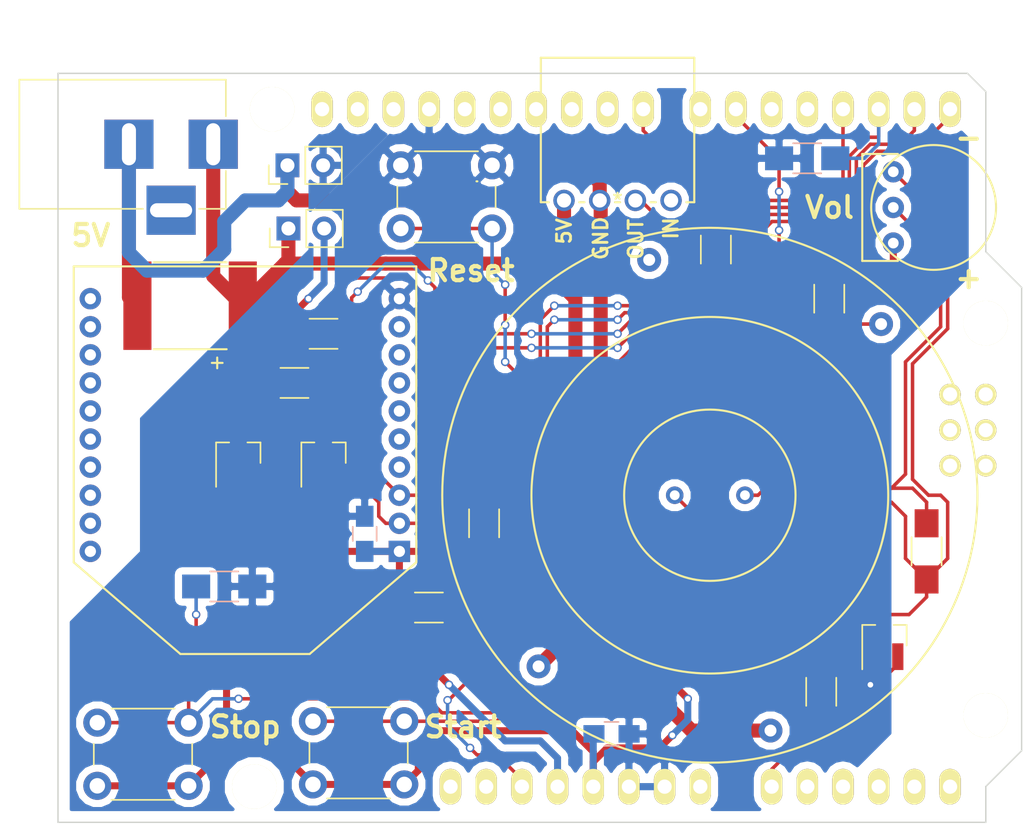
<source format=kicad_pcb>
(kicad_pcb (version 20171130) (host pcbnew 5.0.1)

  (general
    (thickness 1.6)
    (drawings 20)
    (tracks 313)
    (zones 0)
    (modules 28)
    (nets 21)
  )

  (page A4)
  (layers
    (0 F.Cu signal)
    (31 B.Cu signal)
    (32 B.Adhes user)
    (33 F.Adhes user)
    (34 B.Paste user)
    (35 F.Paste user)
    (36 B.SilkS user)
    (37 F.SilkS user)
    (38 B.Mask user)
    (39 F.Mask user)
    (40 Dwgs.User user)
    (41 Cmts.User user)
    (42 Eco1.User user)
    (43 Eco2.User user)
    (44 Edge.Cuts user)
    (45 Margin user)
    (46 B.CrtYd user)
    (47 F.CrtYd user)
    (48 B.Fab user)
    (49 F.Fab user)
  )

  (setup
    (last_trace_width 0.25)
    (trace_clearance 0.2)
    (zone_clearance 0.508)
    (zone_45_only no)
    (trace_min 0.2)
    (segment_width 0.2)
    (edge_width 0.1)
    (via_size 0.6)
    (via_drill 0.4)
    (via_min_size 0.4)
    (via_min_drill 0.3)
    (uvia_size 0.3)
    (uvia_drill 0.1)
    (uvias_allowed no)
    (uvia_min_size 0.2)
    (uvia_min_drill 0.1)
    (pcb_text_width 0.3)
    (pcb_text_size 1.5 1.5)
    (mod_edge_width 0.15)
    (mod_text_size 1 1)
    (mod_text_width 0.15)
    (pad_size 1.5 1.5)
    (pad_drill 0.6)
    (pad_to_mask_clearance 0)
    (solder_mask_min_width 0.25)
    (aux_axis_origin 197 91)
    (grid_origin 209.93 71)
    (visible_elements FFFFFFFF)
    (pcbplotparams
      (layerselection 0x310f0_ffffffff)
      (usegerberextensions false)
      (usegerberattributes false)
      (usegerberadvancedattributes false)
      (creategerberjobfile false)
      (excludeedgelayer true)
      (linewidth 0.100000)
      (plotframeref false)
      (viasonmask false)
      (mode 1)
      (useauxorigin false)
      (hpglpennumber 1)
      (hpglpenspeed 20)
      (hpglpendiameter 15.000000)
      (psnegative false)
      (psa4output false)
      (plotreference true)
      (plotvalue true)
      (plotinvisibletext false)
      (padsonsilk false)
      (subtractmaskfromsilk false)
      (outputformat 1)
      (mirror false)
      (drillshape 0)
      (scaleselection 1)
      (outputdirectory "fab/"))
  )

  (net 0 "")
  (net 1 "Net-(LS1-Pad2)")
  (net 2 /3V3)
  (net 3 /TX)
  (net 4 /RX)
  (net 5 /5V)
  (net 6 /BTN_START)
  (net 7 /BTN_STOP)
  (net 8 /BUZZER)
  (net 9 /RESET)
  (net 10 /DIN)
  (net 11 /DOUT)
  (net 12 /PIXEL_RING_PIN)
  (net 13 /PIXEL_STRIP_PIN)
  (net 14 "Net-(D2-Pad4)")
  (net 15 /5V_IN)
  (net 16 /GND_IN)
  (net 17 "Net-(D1-Pad4)")
  (net 18 /GND)
  (net 19 "Net-(LS1-Pad1)")
  (net 20 "Net-(Q3-PadB)")

  (net_class Default "This is the default net class."
    (clearance 0.2)
    (trace_width 0.25)
    (via_dia 0.6)
    (via_drill 0.4)
    (uvia_dia 0.3)
    (uvia_drill 0.1)
    (add_net /BTN_START)
    (add_net /BTN_STOP)
    (add_net /BUZZER)
    (add_net /DIN)
    (add_net /DOUT)
    (add_net /GND)
    (add_net /PIXEL_RING_PIN)
    (add_net /PIXEL_STRIP_PIN)
    (add_net /RESET)
    (add_net /RX)
    (add_net /TX)
    (add_net "Net-(D1-Pad4)")
    (add_net "Net-(D2-Pad4)")
    (add_net "Net-(LS1-Pad1)")
    (add_net "Net-(LS1-Pad2)")
    (add_net "Net-(Q3-PadB)")
  )

  (net_class LED_Power ""
    (clearance 0.4)
    (trace_width 1)
    (via_dia 0.6)
    (via_drill 0.4)
    (uvia_dia 0.3)
    (uvia_drill 0.1)
    (add_net /5V_IN)
    (add_net /GND_IN)
  )

  (net_class Power ""
    (clearance 0.3)
    (trace_width 0.5)
    (via_dia 0.6)
    (via_drill 0.4)
    (uvia_dia 0.3)
    (uvia_drill 0.1)
    (add_net /3V3)
    (add_net /5V)
  )

  (module freetronics_footprints:ARDUINO_SHIELD (layer F.Cu) (tedit 5C5D28B4) (tstamp 5C593AB8)
    (at 148.6 114.3)
    (descr http://www.thingiverse.com/thing:9630)
    (path /5A47D418)
    (fp_text reference TOMATO_SHIELD1 (at 5.715 -57.15) (layer Cmts.User)
      (effects (font (size 1.524 1.524) (thickness 0.3048)))
    )
    (fp_text value ARDUINO_SHIELD (at 10.16 -54.61) (layer F.SilkS) hide
      (effects (font (size 1.524 1.524) (thickness 0.3048)))
    )
    (fp_line (start 66.04 -40.64) (end 66.04 -52.07) (layer Cmts.User) (width 0.381))
    (fp_line (start 66.04 -52.07) (end 64.77 -53.34) (layer Cmts.User) (width 0.381))
    (fp_line (start 64.77 -53.34) (end 0 -53.34) (layer Cmts.User) (width 0.381))
    (fp_line (start 66.04 0) (end 0 0) (layer Cmts.User) (width 0.381))
    (fp_line (start 0 0) (end 0 -53.34) (layer Cmts.User) (width 0.381))
    (fp_line (start 66.04 -40.64) (end 68.58 -38.1) (layer Cmts.User) (width 0.381))
    (fp_line (start 68.58 -38.1) (end 68.58 -5.08) (layer Cmts.User) (width 0.381))
    (fp_line (start 68.58 -5.08) (end 66.04 -2.54) (layer Cmts.User) (width 0.381))
    (fp_line (start 66.04 -2.54) (end 66.04 0) (layer Cmts.User) (width 0.381))
    (pad AD5 thru_hole oval (at 63.5 -2.54 90) (size 2.54 1.524) (drill 1.016) (layers *.Cu *.Mask F.SilkS))
    (pad AD4 thru_hole oval (at 60.96 -2.54 90) (size 2.54 1.524) (drill 1.016) (layers *.Cu *.Mask F.SilkS))
    (pad AD3 thru_hole oval (at 58.42 -2.54 90) (size 2.54 1.524) (drill 1.016) (layers *.Cu *.Mask F.SilkS))
    (pad AD0 thru_hole oval (at 50.8 -2.54 90) (size 2.54 1.524) (drill 1.016) (layers *.Cu *.Mask F.SilkS)
      (net 8 /BUZZER))
    (pad AD1 thru_hole oval (at 53.34 -2.54 90) (size 2.54 1.524) (drill 1.016) (layers *.Cu *.Mask F.SilkS))
    (pad AD2 thru_hole oval (at 55.88 -2.54 90) (size 2.54 1.524) (drill 1.016) (layers *.Cu *.Mask F.SilkS))
    (pad V_IN thru_hole oval (at 45.72 -2.54 90) (size 2.54 1.524) (drill 1.016) (layers *.Cu *.Mask F.SilkS))
    (pad GND2 thru_hole oval (at 43.18 -2.54 90) (size 2.54 1.524) (drill 1.016) (layers *.Cu *.Mask F.SilkS)
      (net 18 /GND))
    (pad GND1 thru_hole oval (at 40.64 -2.54 90) (size 2.54 1.524) (drill 1.016) (layers *.Cu *.Mask F.SilkS)
      (net 18 /GND))
    (pad 3V3 thru_hole oval (at 35.56 -2.54 90) (size 2.54 1.524) (drill 1.016) (layers *.Cu *.Mask F.SilkS)
      (net 2 /3V3))
    (pad RST thru_hole oval (at 33.02 -2.54 90) (size 2.54 1.524) (drill 1.016) (layers *.Cu *.Mask F.SilkS)
      (net 9 /RESET))
    (pad 0 thru_hole oval (at 63.5 -50.8 90) (size 2.54 1.524) (drill 1.016) (layers *.Cu *.Mask F.SilkS)
      (net 4 /RX))
    (pad 1 thru_hole oval (at 60.96 -50.8 90) (size 2.54 1.524) (drill 1.016) (layers *.Cu *.Mask F.SilkS)
      (net 3 /TX))
    (pad 2 thru_hole oval (at 58.42 -50.8 90) (size 2.54 1.524) (drill 1.016) (layers *.Cu *.Mask F.SilkS)
      (net 6 /BTN_START))
    (pad 3 thru_hole oval (at 55.88 -50.8 90) (size 2.54 1.524) (drill 1.016) (layers *.Cu *.Mask F.SilkS)
      (net 7 /BTN_STOP))
    (pad 4 thru_hole oval (at 53.34 -50.8 90) (size 2.54 1.524) (drill 1.016) (layers *.Cu *.Mask F.SilkS))
    (pad 5 thru_hole oval (at 50.8 -50.8 90) (size 2.54 1.524) (drill 1.016) (layers *.Cu *.Mask F.SilkS))
    (pad 6 thru_hole oval (at 48.26 -50.8 90) (size 2.54 1.524) (drill 1.016) (layers *.Cu *.Mask F.SilkS)
      (net 12 /PIXEL_RING_PIN))
    (pad 7 thru_hole oval (at 45.72 -50.8 90) (size 2.54 1.524) (drill 1.016) (layers *.Cu *.Mask F.SilkS))
    (pad 8 thru_hole oval (at 41.656 -50.8 90) (size 2.54 1.524) (drill 1.016) (layers *.Cu *.Mask F.SilkS)
      (net 13 /PIXEL_STRIP_PIN))
    (pad 9 thru_hole oval (at 39.116 -50.8 90) (size 2.54 1.524) (drill 1.016) (layers *.Cu *.Mask F.SilkS))
    (pad 10 thru_hole oval (at 36.576 -50.8 90) (size 2.54 1.524) (drill 1.016) (layers *.Cu *.Mask F.SilkS))
    (pad 11 thru_hole oval (at 34.036 -50.8 90) (size 2.54 1.524) (drill 1.016) (layers *.Cu *.Mask F.SilkS))
    (pad 12 thru_hole oval (at 31.496 -50.8 90) (size 2.54 1.524) (drill 1.016) (layers *.Cu *.Mask F.SilkS))
    (pad 13 thru_hole oval (at 28.956 -50.8 90) (size 2.54 1.524) (drill 1.016) (layers *.Cu *.Mask F.SilkS))
    (pad GND3 thru_hole oval (at 26.416 -50.8 90) (size 2.54 1.524) (drill 1.016) (layers *.Cu *.Mask F.SilkS)
      (net 18 /GND))
    (pad AREF thru_hole oval (at 23.876 -50.8 90) (size 2.54 1.524) (drill 1.016) (layers *.Cu *.Mask F.SilkS))
    (pad 5V thru_hole oval (at 38.1 -2.54 90) (size 2.54 1.524) (drill 1.016) (layers *.Cu *.Mask F.SilkS)
      (net 5 /5V))
    (pad "" np_thru_hole circle (at 66.04 -7.62 90) (size 3.175 3.175) (drill 3.175) (layers *.Cu *.Mask F.SilkS))
    (pad "" np_thru_hole circle (at 66.04 -35.56 90) (size 3.175 3.175) (drill 3.175) (layers *.Cu *.Mask F.SilkS))
    (pad "" np_thru_hole circle (at 15.24 -50.8 90) (size 3.175 3.175) (drill 3.175) (layers *.Cu *.Mask F.SilkS))
    (pad "" np_thru_hole circle (at 13.97 -2.54 90) (size 3.175 3.175) (drill 3.175) (layers *.Cu *.Mask F.SilkS))
    (pad SDA thru_hole oval (at 21.336 -50.8 90) (size 2.54 1.524) (drill 1.016) (layers *.Cu *.Mask F.SilkS))
    (pad SCL thru_hole oval (at 18.796 -50.8 90) (size 2.54 1.524) (drill 1.016) (layers *.Cu *.Mask F.SilkS))
    (pad IO_R thru_hole oval (at 30.48 -2.54 90) (size 2.54 1.524) (drill 1.016) (layers *.Cu *.Mask F.SilkS))
    (pad NC thru_hole oval (at 27.94 -2.54 90) (size 2.54 1.524) (drill 1.016) (layers *.Cu *.Mask F.SilkS))
    (pad SP1 thru_hole circle (at 63.5 -30.48 90) (size 1.524 1.524) (drill 1.016) (layers *.Cu *.Mask F.SilkS))
    (pad SP2 thru_hole circle (at 66.04 -30.48 90) (size 1.524 1.524) (drill 1.016) (layers *.Cu *.Mask F.SilkS))
    (pad SP3 thru_hole circle (at 63.5 -27.94 90) (size 1.524 1.524) (drill 1.016) (layers *.Cu *.Mask F.SilkS))
    (pad SP4 thru_hole circle (at 66.04 -27.94 90) (size 1.524 1.524) (drill 1.016) (layers *.Cu *.Mask F.SilkS))
    (pad SP5 thru_hole circle (at 63.5 -25.4 90) (size 1.524 1.524) (drill 1.016) (layers *.Cu *.Mask F.SilkS))
    (pad SP6 thru_hole circle (at 66.04 -25.4 90) (size 1.524 1.524) (drill 1.016) (layers *.Cu *.Mask F.SilkS))
  )

  (module Resistors_SMD:R_1206_HandSoldering (layer F.Cu) (tedit 5C5E41EF) (tstamp 5C5F1793)
    (at 210.43 95 270)
    (descr "Resistor SMD 1206, hand soldering")
    (tags "resistor 1206")
    (path /5C6C3BE0)
    (attr smd)
    (fp_text reference R10 (at 0 -1.85 270) (layer Cmts.User)
      (effects (font (size 1 1) (thickness 0.15)))
    )
    (fp_text value 1K (at 0 1.9 270) (layer F.Fab)
      (effects (font (size 1 1) (thickness 0.15)))
    )
    (fp_text user %R (at 0 0 270) (layer F.Fab)
      (effects (font (size 0.7 0.7) (thickness 0.105)))
    )
    (fp_line (start -1.6 0.8) (end -1.6 -0.8) (layer F.Fab) (width 0.1))
    (fp_line (start 1.6 0.8) (end -1.6 0.8) (layer F.Fab) (width 0.1))
    (fp_line (start 1.6 -0.8) (end 1.6 0.8) (layer F.Fab) (width 0.1))
    (fp_line (start -1.6 -0.8) (end 1.6 -0.8) (layer F.Fab) (width 0.1))
    (fp_line (start 1 1.07) (end -1 1.07) (layer F.SilkS) (width 0.12))
    (fp_line (start -1 -1.07) (end 1 -1.07) (layer F.SilkS) (width 0.12))
    (fp_line (start -3.25 -1.11) (end 3.25 -1.11) (layer F.CrtYd) (width 0.05))
    (fp_line (start -3.25 -1.11) (end -3.25 1.1) (layer F.CrtYd) (width 0.05))
    (fp_line (start 3.25 1.1) (end 3.25 -1.11) (layer F.CrtYd) (width 0.05))
    (fp_line (start 3.25 1.1) (end -3.25 1.1) (layer F.CrtYd) (width 0.05))
    (pad 1 smd rect (at -2 0 270) (size 2 1.7) (layers F.Cu F.Paste F.Mask)
      (net 1 "Net-(LS1-Pad2)"))
    (pad 2 smd rect (at 2 0 270) (size 2 1.7) (layers F.Cu F.Paste F.Mask)
      (net 19 "Net-(LS1-Pad1)"))
    (model ${KISYS3DMOD}/Resistors_SMD.3dshapes/R_1206.wrl
      (at (xyz 0 0 0))
      (scale (xyz 1 1 1))
      (rotate (xyz 0 0 0))
    )
  )

  (module Capacitors_SMD:C_0805_HandSoldering (layer B.Cu) (tedit 5C5DA081) (tstamp 5C5D17E1)
    (at 188 108 180)
    (descr "Capacitor SMD 0805, hand soldering")
    (tags "capacitor 0805")
    (path /5C5AD1FF)
    (attr smd)
    (fp_text reference C3 (at 0 1.75 180) (layer Cmts.User)
      (effects (font (size 1 1) (thickness 0.15)))
    )
    (fp_text value 0.1uF (at 0 -1.75 180) (layer B.Fab)
      (effects (font (size 1 1) (thickness 0.15)) (justify mirror))
    )
    (fp_text user %R (at 0 1.75 180) (layer B.Fab)
      (effects (font (size 1 1) (thickness 0.15)) (justify mirror))
    )
    (fp_line (start -1 -0.62) (end -1 0.62) (layer B.Fab) (width 0.1))
    (fp_line (start 1 -0.62) (end -1 -0.62) (layer B.Fab) (width 0.1))
    (fp_line (start 1 0.62) (end 1 -0.62) (layer B.Fab) (width 0.1))
    (fp_line (start -1 0.62) (end 1 0.62) (layer B.Fab) (width 0.1))
    (fp_line (start 0.5 0.85) (end -0.5 0.85) (layer B.SilkS) (width 0.12))
    (fp_line (start -0.5 -0.85) (end 0.5 -0.85) (layer B.SilkS) (width 0.12))
    (fp_line (start -2.25 0.88) (end 2.25 0.88) (layer B.CrtYd) (width 0.05))
    (fp_line (start -2.25 0.88) (end -2.25 -0.87) (layer B.CrtYd) (width 0.05))
    (fp_line (start 2.25 -0.87) (end 2.25 0.88) (layer B.CrtYd) (width 0.05))
    (fp_line (start 2.25 -0.87) (end -2.25 -0.87) (layer B.CrtYd) (width 0.05))
    (pad 1 smd rect (at -1.25 0 180) (size 1.5 1.25) (layers B.Cu B.Paste B.Mask)
      (net 18 /GND))
    (pad 2 smd rect (at 1.25 0 180) (size 1.5 1.25) (layers B.Cu B.Paste B.Mask)
      (net 5 /5V))
    (model Capacitors_SMD.3dshapes/C_0805.wrl
      (at (xyz 0 0 0))
      (scale (xyz 1 1 1))
      (rotate (xyz 0 0 0))
    )
  )

  (module Capacitors_SMD:C_0805_HandSoldering (layer B.Cu) (tedit 5C5DA020) (tstamp 5C57DC39)
    (at 170.43 93.75 270)
    (descr "Capacitor SMD 0805, hand soldering")
    (tags "capacitor 0805")
    (path /5A4990AD)
    (attr smd)
    (fp_text reference C1 (at 0 1.75 270) (layer Cmts.User)
      (effects (font (size 1 1) (thickness 0.15)))
    )
    (fp_text value 0.1uF (at 0 -1.75 270) (layer B.Fab)
      (effects (font (size 1 1) (thickness 0.15)) (justify mirror))
    )
    (fp_text user %R (at 0 1.75 270) (layer B.Fab)
      (effects (font (size 1 1) (thickness 0.15)) (justify mirror))
    )
    (fp_line (start -1 -0.62) (end -1 0.62) (layer B.Fab) (width 0.1))
    (fp_line (start 1 -0.62) (end -1 -0.62) (layer B.Fab) (width 0.1))
    (fp_line (start 1 0.62) (end 1 -0.62) (layer B.Fab) (width 0.1))
    (fp_line (start -1 0.62) (end 1 0.62) (layer B.Fab) (width 0.1))
    (fp_line (start 0.5 0.85) (end -0.5 0.85) (layer B.SilkS) (width 0.12))
    (fp_line (start -0.5 -0.85) (end 0.5 -0.85) (layer B.SilkS) (width 0.12))
    (fp_line (start -2.25 0.88) (end 2.25 0.88) (layer B.CrtYd) (width 0.05))
    (fp_line (start -2.25 0.88) (end -2.25 -0.87) (layer B.CrtYd) (width 0.05))
    (fp_line (start 2.25 -0.87) (end 2.25 0.88) (layer B.CrtYd) (width 0.05))
    (fp_line (start 2.25 -0.87) (end -2.25 -0.87) (layer B.CrtYd) (width 0.05))
    (pad 1 smd rect (at -1.25 0 270) (size 1.5 1.25) (layers B.Cu B.Paste B.Mask)
      (net 18 /GND))
    (pad 2 smd rect (at 1.25 0 270) (size 1.5 1.25) (layers B.Cu B.Paste B.Mask)
      (net 2 /3V3))
    (model Capacitors_SMD.3dshapes/C_0805.wrl
      (at (xyz 0 0 0))
      (scale (xyz 1 1 1))
      (rotate (xyz 0 0 0))
    )
  )

  (module tomato-timer:SSW-104-02-G-S-RA_4POS_Female_Header (layer F.Cu) (tedit 5C5D28B0) (tstamp 5C5EEB6B)
    (at 188.43 70)
    (path /5C495986)
    (fp_text reference D1 (at 0 -1.5) (layer Cmts.User)
      (effects (font (size 1 1) (thickness 0.15)))
    )
    (fp_text value NeoPixel_Strip (at 0 -11.43) (layer Cmts.User)
      (effects (font (size 1 1) (thickness 0.15)))
    )
    (fp_text user "Copyright 2016 Accelerated Designs. All rights reserved." (at 0 0) (layer Cmts.User)
      (effects (font (size 0.127 0.127) (thickness 0.002)))
    )
    (fp_text user * (at 0 0) (layer F.SilkS)
      (effects (font (size 1 1) (thickness 0.15)))
    )
    (fp_text user * (at 0 0) (layer F.Fab)
      (effects (font (size 1 1) (thickness 0.15)))
    )
    (fp_line (start -5.461 0.127) (end -4.897348 0.127) (layer F.SilkS) (width 0.1524))
    (fp_line (start 5.461 0.127) (end 5.461 -10.16) (layer F.SilkS) (width 0.1524))
    (fp_line (start 5.461 -10.16) (end -5.461 -10.16) (layer F.SilkS) (width 0.1524))
    (fp_line (start -5.461 -10.16) (end -5.461 0.127) (layer F.SilkS) (width 0.1524))
    (fp_line (start -5.334 0) (end 5.334 0) (layer F.Fab) (width 0.1524))
    (fp_line (start 5.334 0) (end 5.334 -10.033) (layer F.Fab) (width 0.1524))
    (fp_line (start 5.334 -10.033) (end -5.334 -10.033) (layer F.Fab) (width 0.1524))
    (fp_line (start -5.334 -10.033) (end -5.334 0) (layer F.Fab) (width 0.1524))
    (fp_line (start -2.722652 0.127) (end -2.357348 0.127) (layer F.SilkS) (width 0.1524))
    (fp_line (start -0.182652 0.127) (end 0.182652 0.127) (layer F.SilkS) (width 0.1524))
    (fp_line (start 2.357348 0.127) (end 2.722652 0.127) (layer F.SilkS) (width 0.1524))
    (fp_line (start 4.897348 0.127) (end 5.461 0.127) (layer F.SilkS) (width 0.1524))
    (fp_line (start 5.08 -10.287) (end 5.08 -2.5908) (layer F.CrtYd) (width 0.1524))
    (fp_line (start 5.08 -2.5908) (end -5.08 -2.5908) (layer F.CrtYd) (width 0.1524))
    (fp_line (start -5.08 -2.5908) (end -5.08 -10.287) (layer F.CrtYd) (width 0.1524))
    (fp_line (start -5.08 -10.287) (end -5.588 -10.287) (layer F.CrtYd) (width 0.1524))
    (fp_line (start -5.588 -10.287) (end -5.588 0.254) (layer F.CrtYd) (width 0.1524))
    (fp_line (start -5.588 0.254) (end -5.08 0.254) (layer F.CrtYd) (width 0.1524))
    (fp_line (start -5.08 0.254) (end -5.08 2.5908) (layer F.CrtYd) (width 0.1524))
    (fp_line (start -5.08 2.5908) (end 5.08 2.5908) (layer F.CrtYd) (width 0.1524))
    (fp_line (start 5.08 2.5908) (end 5.08 0.254) (layer F.CrtYd) (width 0.1524))
    (fp_line (start 5.08 0.254) (end 5.588 0.254) (layer F.CrtYd) (width 0.1524))
    (fp_line (start 5.588 0.254) (end 5.588 -10.287) (layer F.CrtYd) (width 0.1524))
    (fp_line (start 5.588 -10.287) (end 5.08 -10.287) (layer F.CrtYd) (width 0.1524))
    (fp_circle (center -3.81 0) (end -3.556 0) (layer F.Fab) (width 0.1524))
    (pad 3 thru_hole circle (at -3.81 0 90) (size 1.524 1.524) (drill 1.016) (layers *.Cu *.Mask)
      (net 15 /5V_IN))
    (pad 2 thru_hole circle (at -1.27 0 90) (size 1.524 1.524) (drill 1.016) (layers *.Cu *.Mask)
      (net 16 /GND_IN))
    (pad 4 thru_hole circle (at 1.27 0 90) (size 1.524 1.524) (drill 1.016) (layers *.Cu *.Mask)
      (net 17 "Net-(D1-Pad4)"))
    (pad 1 thru_hole circle (at 3.81 0 90) (size 1.524 1.524) (drill 1.016) (layers *.Cu *.Mask))
  )

  (module Pin_Headers:Pin_Header_Straight_1x02_Pitch2.54mm (layer F.Cu) (tedit 5C5D246A) (tstamp 5C55280E)
    (at 164.93 67.5 90)
    (descr "Through hole straight pin header, 1x02, 2.54mm pitch, single row")
    (tags "Through hole pin header THT 1x02 2.54mm single row")
    (path /5C585EE1)
    (fp_text reference JP1 (at 0 -2.33 90) (layer Cmts.User)
      (effects (font (size 1 1) (thickness 0.15)))
    )
    (fp_text value Jumper_2_Open (at 0 4.87 90) (layer F.Fab)
      (effects (font (size 1 1) (thickness 0.15)))
    )
    (fp_text user %R (at 0 1.27 180) (layer F.Fab)
      (effects (font (size 1 1) (thickness 0.15)))
    )
    (fp_line (start 1.8 -1.8) (end -1.8 -1.8) (layer F.CrtYd) (width 0.05))
    (fp_line (start 1.8 4.35) (end 1.8 -1.8) (layer F.CrtYd) (width 0.05))
    (fp_line (start -1.8 4.35) (end 1.8 4.35) (layer F.CrtYd) (width 0.05))
    (fp_line (start -1.8 -1.8) (end -1.8 4.35) (layer F.CrtYd) (width 0.05))
    (fp_line (start -1.33 -1.33) (end 0 -1.33) (layer F.SilkS) (width 0.12))
    (fp_line (start -1.33 0) (end -1.33 -1.33) (layer F.SilkS) (width 0.12))
    (fp_line (start -1.33 1.27) (end 1.33 1.27) (layer F.SilkS) (width 0.12))
    (fp_line (start 1.33 1.27) (end 1.33 3.87) (layer F.SilkS) (width 0.12))
    (fp_line (start -1.33 1.27) (end -1.33 3.87) (layer F.SilkS) (width 0.12))
    (fp_line (start -1.33 3.87) (end 1.33 3.87) (layer F.SilkS) (width 0.12))
    (fp_line (start -1.27 -0.635) (end -0.635 -1.27) (layer F.Fab) (width 0.1))
    (fp_line (start -1.27 3.81) (end -1.27 -0.635) (layer F.Fab) (width 0.1))
    (fp_line (start 1.27 3.81) (end -1.27 3.81) (layer F.Fab) (width 0.1))
    (fp_line (start 1.27 -1.27) (end 1.27 3.81) (layer F.Fab) (width 0.1))
    (fp_line (start -0.635 -1.27) (end 1.27 -1.27) (layer F.Fab) (width 0.1))
    (pad 2 thru_hole oval (at 0 2.54 90) (size 1.7 1.7) (drill 1) (layers *.Cu *.Mask)
      (net 18 /GND))
    (pad 1 thru_hole rect (at 0 0 90) (size 1.7 1.7) (drill 1) (layers *.Cu *.Mask)
      (net 16 /GND_IN))
    (model ${KISYS3DMOD}/Pin_Headers.3dshapes/Pin_Header_Straight_1x02_Pitch2.54mm.wrl
      (at (xyz 0 0 0))
      (scale (xyz 1 1 1))
      (rotate (xyz 0 0 0))
    )
  )

  (module Buttons_Switches_THT:SW_PUSH_6mm (layer F.Cu) (tedit 5C5D242C) (tstamp 5C5E225E)
    (at 179.5 72 180)
    (descr https://www.omron.com/ecb/products/pdf/en-b3f.pdf)
    (tags "tact sw push 6mm")
    (path /5A467038)
    (fp_text reference SW2 (at -1.43 2.214 270) (layer Cmts.User)
      (effects (font (size 1 1) (thickness 0.15)))
    )
    (fp_text value SW_Reset (at 3.75 6.7 180) (layer F.Fab)
      (effects (font (size 1 1) (thickness 0.15)))
    )
    (fp_text user %R (at 3.25 2.25 180) (layer F.Fab)
      (effects (font (size 1 1) (thickness 0.15)))
    )
    (fp_line (start 3.25 -0.75) (end 6.25 -0.75) (layer F.Fab) (width 0.1))
    (fp_line (start 6.25 -0.75) (end 6.25 5.25) (layer F.Fab) (width 0.1))
    (fp_line (start 6.25 5.25) (end 0.25 5.25) (layer F.Fab) (width 0.1))
    (fp_line (start 0.25 5.25) (end 0.25 -0.75) (layer F.Fab) (width 0.1))
    (fp_line (start 0.25 -0.75) (end 3.25 -0.75) (layer F.Fab) (width 0.1))
    (fp_line (start 7.75 6) (end 8 6) (layer F.CrtYd) (width 0.05))
    (fp_line (start 8 6) (end 8 5.75) (layer F.CrtYd) (width 0.05))
    (fp_line (start 7.75 -1.5) (end 8 -1.5) (layer F.CrtYd) (width 0.05))
    (fp_line (start 8 -1.5) (end 8 -1.25) (layer F.CrtYd) (width 0.05))
    (fp_line (start -1.5 -1.25) (end -1.5 -1.5) (layer F.CrtYd) (width 0.05))
    (fp_line (start -1.5 -1.5) (end -1.25 -1.5) (layer F.CrtYd) (width 0.05))
    (fp_line (start -1.5 5.75) (end -1.5 6) (layer F.CrtYd) (width 0.05))
    (fp_line (start -1.5 6) (end -1.25 6) (layer F.CrtYd) (width 0.05))
    (fp_line (start -1.25 -1.5) (end 7.75 -1.5) (layer F.CrtYd) (width 0.05))
    (fp_line (start -1.5 5.75) (end -1.5 -1.25) (layer F.CrtYd) (width 0.05))
    (fp_line (start 7.75 6) (end -1.25 6) (layer F.CrtYd) (width 0.05))
    (fp_line (start 8 -1.25) (end 8 5.75) (layer F.CrtYd) (width 0.05))
    (fp_line (start 1 5.5) (end 5.5 5.5) (layer F.SilkS) (width 0.12))
    (fp_line (start -0.25 1.5) (end -0.25 3) (layer F.SilkS) (width 0.12))
    (fp_line (start 5.5 -1) (end 1 -1) (layer F.SilkS) (width 0.12))
    (fp_line (start 6.75 3) (end 6.75 1.5) (layer F.SilkS) (width 0.12))
    (fp_circle (center 3.25 2.25) (end 1.25 2.5) (layer F.Fab) (width 0.1))
    (pad 2 thru_hole circle (at 0 4.5 270) (size 2 2) (drill 1.1) (layers *.Cu *.Mask)
      (net 18 /GND))
    (pad 1 thru_hole circle (at 0 0 270) (size 2 2) (drill 1.1) (layers *.Cu *.Mask)
      (net 9 /RESET))
    (pad 2 thru_hole circle (at 6.5 4.5 270) (size 2 2) (drill 1.1) (layers *.Cu *.Mask)
      (net 18 /GND))
    (pad 1 thru_hole circle (at 6.5 0 270) (size 2 2) (drill 1.1) (layers *.Cu *.Mask)
      (net 9 /RESET))
    (model ${KISYS3DMOD}/Buttons_Switches_THT.3dshapes/SW_PUSH_6mm.wrl
      (offset (xyz 0.1269999980926514 0 0))
      (scale (xyz 0.3937 0.3937 0.3937))
      (rotate (xyz 0 0 0))
    )
  )

  (module Buttons_Switches_THT:SW_PUSH_6mm (layer F.Cu) (tedit 5C5D2486) (tstamp 5C577345)
    (at 173.246 111.6 180)
    (descr https://www.omron.com/ecb/products/pdf/en-b3f.pdf)
    (tags "tact sw push 6mm")
    (path /5A46426E)
    (fp_text reference SW3 (at 3.316 6.1) (layer Cmts.User)
      (effects (font (size 1 1) (thickness 0.15)))
    )
    (fp_text value SW_Start (at 3.75 6.7 180) (layer F.Fab)
      (effects (font (size 1 1) (thickness 0.15)))
    )
    (fp_text user %R (at 3.25 2.25 180) (layer F.Fab)
      (effects (font (size 1 1) (thickness 0.15)))
    )
    (fp_line (start 3.25 -0.75) (end 6.25 -0.75) (layer F.Fab) (width 0.1))
    (fp_line (start 6.25 -0.75) (end 6.25 5.25) (layer F.Fab) (width 0.1))
    (fp_line (start 6.25 5.25) (end 0.25 5.25) (layer F.Fab) (width 0.1))
    (fp_line (start 0.25 5.25) (end 0.25 -0.75) (layer F.Fab) (width 0.1))
    (fp_line (start 0.25 -0.75) (end 3.25 -0.75) (layer F.Fab) (width 0.1))
    (fp_line (start 7.75 6) (end 8 6) (layer F.CrtYd) (width 0.05))
    (fp_line (start 8 6) (end 8 5.75) (layer F.CrtYd) (width 0.05))
    (fp_line (start 7.75 -1.5) (end 8 -1.5) (layer F.CrtYd) (width 0.05))
    (fp_line (start 8 -1.5) (end 8 -1.25) (layer F.CrtYd) (width 0.05))
    (fp_line (start -1.5 -1.25) (end -1.5 -1.5) (layer F.CrtYd) (width 0.05))
    (fp_line (start -1.5 -1.5) (end -1.25 -1.5) (layer F.CrtYd) (width 0.05))
    (fp_line (start -1.5 5.75) (end -1.5 6) (layer F.CrtYd) (width 0.05))
    (fp_line (start -1.5 6) (end -1.25 6) (layer F.CrtYd) (width 0.05))
    (fp_line (start -1.25 -1.5) (end 7.75 -1.5) (layer F.CrtYd) (width 0.05))
    (fp_line (start -1.5 5.75) (end -1.5 -1.25) (layer F.CrtYd) (width 0.05))
    (fp_line (start 7.75 6) (end -1.25 6) (layer F.CrtYd) (width 0.05))
    (fp_line (start 8 -1.25) (end 8 5.75) (layer F.CrtYd) (width 0.05))
    (fp_line (start 1 5.5) (end 5.5 5.5) (layer F.SilkS) (width 0.12))
    (fp_line (start -0.25 1.5) (end -0.25 3) (layer F.SilkS) (width 0.12))
    (fp_line (start 5.5 -1) (end 1 -1) (layer F.SilkS) (width 0.12))
    (fp_line (start 6.75 3) (end 6.75 1.5) (layer F.SilkS) (width 0.12))
    (fp_circle (center 3.25 2.25) (end 1.25 2.5) (layer F.Fab) (width 0.1))
    (pad 2 thru_hole circle (at 0 4.5 270) (size 2 2) (drill 1.1) (layers *.Cu *.Mask)
      (net 6 /BTN_START))
    (pad 1 thru_hole circle (at 0 0 270) (size 2 2) (drill 1.1) (layers *.Cu *.Mask)
      (net 5 /5V))
    (pad 2 thru_hole circle (at 6.5 4.5 270) (size 2 2) (drill 1.1) (layers *.Cu *.Mask)
      (net 6 /BTN_START))
    (pad 1 thru_hole circle (at 6.5 0 270) (size 2 2) (drill 1.1) (layers *.Cu *.Mask)
      (net 5 /5V))
    (model ${KISYS3DMOD}/Buttons_Switches_THT.3dshapes/SW_PUSH_6mm.wrl
      (offset (xyz 0.1269999980926514 0 0))
      (scale (xyz 0.3937 0.3937 0.3937))
      (rotate (xyz 0 0 0))
    )
  )

  (module Buttons_Switches_THT:SW_PUSH_6mm (layer F.Cu) (tedit 5C5D2480) (tstamp 5C5765A8)
    (at 157.896 111.7 180)
    (descr https://www.omron.com/ecb/products/pdf/en-b3f.pdf)
    (tags "tact sw push 6mm")
    (path /5A464339)
    (fp_text reference SW4 (at 2.966 6.2 180) (layer Cmts.User)
      (effects (font (size 1 1) (thickness 0.15)))
    )
    (fp_text value SW_Stop (at 3.75 6.7 180) (layer F.Fab)
      (effects (font (size 1 1) (thickness 0.15)))
    )
    (fp_text user %R (at 3.25 2.25 180) (layer F.Fab)
      (effects (font (size 1 1) (thickness 0.15)))
    )
    (fp_line (start 3.25 -0.75) (end 6.25 -0.75) (layer F.Fab) (width 0.1))
    (fp_line (start 6.25 -0.75) (end 6.25 5.25) (layer F.Fab) (width 0.1))
    (fp_line (start 6.25 5.25) (end 0.25 5.25) (layer F.Fab) (width 0.1))
    (fp_line (start 0.25 5.25) (end 0.25 -0.75) (layer F.Fab) (width 0.1))
    (fp_line (start 0.25 -0.75) (end 3.25 -0.75) (layer F.Fab) (width 0.1))
    (fp_line (start 7.75 6) (end 8 6) (layer F.CrtYd) (width 0.05))
    (fp_line (start 8 6) (end 8 5.75) (layer F.CrtYd) (width 0.05))
    (fp_line (start 7.75 -1.5) (end 8 -1.5) (layer F.CrtYd) (width 0.05))
    (fp_line (start 8 -1.5) (end 8 -1.25) (layer F.CrtYd) (width 0.05))
    (fp_line (start -1.5 -1.25) (end -1.5 -1.5) (layer F.CrtYd) (width 0.05))
    (fp_line (start -1.5 -1.5) (end -1.25 -1.5) (layer F.CrtYd) (width 0.05))
    (fp_line (start -1.5 5.75) (end -1.5 6) (layer F.CrtYd) (width 0.05))
    (fp_line (start -1.5 6) (end -1.25 6) (layer F.CrtYd) (width 0.05))
    (fp_line (start -1.25 -1.5) (end 7.75 -1.5) (layer F.CrtYd) (width 0.05))
    (fp_line (start -1.5 5.75) (end -1.5 -1.25) (layer F.CrtYd) (width 0.05))
    (fp_line (start 7.75 6) (end -1.25 6) (layer F.CrtYd) (width 0.05))
    (fp_line (start 8 -1.25) (end 8 5.75) (layer F.CrtYd) (width 0.05))
    (fp_line (start 1 5.5) (end 5.5 5.5) (layer F.SilkS) (width 0.12))
    (fp_line (start -0.25 1.5) (end -0.25 3) (layer F.SilkS) (width 0.12))
    (fp_line (start 5.5 -1) (end 1 -1) (layer F.SilkS) (width 0.12))
    (fp_line (start 6.75 3) (end 6.75 1.5) (layer F.SilkS) (width 0.12))
    (fp_circle (center 3.25 2.25) (end 1.25 2.5) (layer F.Fab) (width 0.1))
    (pad 2 thru_hole circle (at 0 4.5 270) (size 2 2) (drill 1.1) (layers *.Cu *.Mask)
      (net 7 /BTN_STOP))
    (pad 1 thru_hole circle (at 0 0 270) (size 2 2) (drill 1.1) (layers *.Cu *.Mask)
      (net 5 /5V))
    (pad 2 thru_hole circle (at 6.5 4.5 270) (size 2 2) (drill 1.1) (layers *.Cu *.Mask)
      (net 7 /BTN_STOP))
    (pad 1 thru_hole circle (at 6.5 0 270) (size 2 2) (drill 1.1) (layers *.Cu *.Mask)
      (net 5 /5V))
    (model ${KISYS3DMOD}/Buttons_Switches_THT.3dshapes/SW_PUSH_6mm.wrl
      (offset (xyz 0.1269999980926514 0 0))
      (scale (xyz 0.3937 0.3937 0.3937))
      (rotate (xyz 0 0 0))
    )
  )

  (module tomato_timer:Buzzer160 (layer F.Cu) (tedit 5C5D23FE) (tstamp 5C594167)
    (at 195 91)
    (descr "Footprint for a 5mm spaced piezo buzzer (adafruit 160)")
    (path /5A4636B7)
    (fp_text reference LS1 (at -4.823 -5.77) (layer Cmts.User)
      (effects (font (size 1 1) (thickness 0.15)))
    )
    (fp_text value Speaker_Crystal (at 0 7) (layer F.Fab)
      (effects (font (size 1 1) (thickness 0.15)))
    )
    (fp_circle (center 0 0) (end 6.1 -0.1) (layer F.SilkS) (width 0.15))
    (pad 1 thru_hole circle (at -2.5 0) (size 1.25 1.25) (drill 0.7) (layers *.Cu *.Mask)
      (net 19 "Net-(LS1-Pad1)"))
    (pad 2 thru_hole circle (at 2.5 0) (size 1.25 1.25) (drill 0.7) (layers *.Cu *.Mask)
      (net 1 "Net-(LS1-Pad2)"))
    (model ../../../../../home/mwolf/Documents/tomato_timer/piezo-buzzer.wrl
      (at (xyz 0 0 0))
      (scale (xyz 0.3937 0.3937 0.3937))
      (rotate (xyz 0 0 0))
    )
  )

  (module tomato_timer:XBee802.154.4 (layer F.Cu) (tedit 5C5D2478) (tstamp 5C575CD5)
    (at 161.9 86.5 180)
    (path /5A497057)
    (fp_text reference U1 (at 0 -16.7 180) (layer Cmts.User)
      (effects (font (size 1 1) (thickness 0.15)))
    )
    (fp_text value XBeeSeries1 (at -4.1 10.5 180) (layer F.Fab)
      (effects (font (size 1 1) (thickness 0.15)))
    )
    (fp_line (start 4.59 -15.81) (end -4.61 -15.81) (layer F.SilkS) (width 0.15))
    (fp_line (start -12.2 -9.28) (end -12.2 11.8) (layer F.SilkS) (width 0.15))
    (fp_line (start -4.61 -15.81) (end -12.2 -9.28) (layer F.SilkS) (width 0.15))
    (fp_line (start 12.18 -9.28) (end 4.59 -15.81) (layer F.SilkS) (width 0.15))
    (fp_line (start -12.2 11.8) (end 12.18 11.8) (layer F.SilkS) (width 0.15))
    (fp_line (start 12.18 11.8) (end 12.18 -9.28) (layer F.SilkS) (width 0.15))
    (fp_line (start -16.55 17.86) (end -16.49 17.86) (layer F.SilkS) (width 0.15))
    (pad 11 thru_hole circle (at 11 9.5 180) (size 1.524 1.524) (drill 0.8) (layers *.Cu *.Mask))
    (pad 12 thru_hole circle (at 11 7.5 180) (size 1.524 1.524) (drill 0.8) (layers *.Cu *.Mask))
    (pad 13 thru_hole circle (at 11 5.5 180) (size 1.524 1.524) (drill 0.8) (layers *.Cu *.Mask))
    (pad 14 thru_hole circle (at 11 3.5 180) (size 1.524 1.524) (drill 0.8) (layers *.Cu *.Mask))
    (pad 15 thru_hole circle (at 11 1.5 180) (size 1.524 1.524) (drill 0.8) (layers *.Cu *.Mask))
    (pad 16 thru_hole circle (at 11 -0.5 180) (size 1.524 1.524) (drill 0.8) (layers *.Cu *.Mask))
    (pad 17 thru_hole circle (at 11 -2.5 180) (size 1.524 1.524) (drill 0.8) (layers *.Cu *.Mask))
    (pad 18 thru_hole circle (at 11 -4.5 180) (size 1.524 1.524) (drill 0.8) (layers *.Cu *.Mask))
    (pad 19 thru_hole circle (at 11 -6.5 180) (size 1.524 1.524) (drill 0.8) (layers *.Cu *.Mask))
    (pad 20 thru_hole circle (at 11 -8.5 180) (size 1.524 1.524) (drill 0.8) (layers *.Cu *.Mask))
    (pad 10 thru_hole circle (at -11 9.5 180) (size 1.524 1.524) (drill 0.8) (layers *.Cu *.Mask)
      (net 18 /GND))
    (pad 9 thru_hole circle (at -11 7.5 180) (size 1.524 1.524) (drill 0.8) (layers *.Cu *.Mask))
    (pad 8 thru_hole circle (at -11 5.5 180) (size 1.524 1.524) (drill 0.8) (layers *.Cu *.Mask))
    (pad 7 thru_hole circle (at -11 3.5 180) (size 1.524 1.524) (drill 0.8) (layers *.Cu *.Mask))
    (pad 6 thru_hole circle (at -11 1.5 180) (size 1.524 1.524) (drill 0.8) (layers *.Cu *.Mask))
    (pad 5 thru_hole circle (at -11 -0.5 180) (size 1.524 1.524) (drill 0.762) (layers *.Cu *.Mask))
    (pad 4 thru_hole circle (at -11 -2.5 180) (size 1.524 1.524) (drill 0.8) (layers *.Cu *.Mask))
    (pad 3 thru_hole circle (at -11 -4.5 180) (size 1.524 1.524) (drill 0.8) (layers *.Cu *.Mask)
      (net 10 /DIN))
    (pad 2 thru_hole circle (at -11 -6.5 180) (size 1.524 1.524) (drill 0.8) (layers *.Cu *.Mask)
      (net 11 /DOUT))
    (pad 1 thru_hole rect (at -11 -8.5 180) (size 1.524 1.524) (drill 0.8) (layers *.Cu *.Mask)
      (net 2 /3V3))
    (model ../../../../../home/mwolf/Documents/tomato_timer/xbee-headers.wrl
      (offset (xyz -1.269999980926514 -10.490199842453 0))
      (scale (xyz 0.393701 0.393701 0.393701))
      (rotate (xyz 0 0 0))
    )
  )

  (module Connectors:BARREL_JACK (layer F.Cu) (tedit 5C5D24D4) (tstamp 5C577121)
    (at 159.646 66)
    (descr "DC Barrel Jack")
    (tags "Power Jack")
    (path /5C51A2A7)
    (fp_text reference J1 (at 1.784 -4 180) (layer Cmts.User)
      (effects (font (size 1 1) (thickness 0.15)))
    )
    (fp_text value External_Power (at -5.146 8) (layer F.Fab)
      (effects (font (size 1 1) (thickness 0.15)))
    )
    (fp_line (start 0.8 -4.5) (end -13.7 -4.5) (layer F.Fab) (width 0.1))
    (fp_line (start 0.8 4.5) (end 0.8 -4.5) (layer F.Fab) (width 0.1))
    (fp_line (start -13.7 4.5) (end 0.8 4.5) (layer F.Fab) (width 0.1))
    (fp_line (start -13.7 -4.5) (end -13.7 4.5) (layer F.Fab) (width 0.1))
    (fp_line (start -10.2 -4.5) (end -10.2 4.5) (layer F.Fab) (width 0.1))
    (fp_line (start 0.9 -4.6) (end 0.9 -2) (layer F.SilkS) (width 0.12))
    (fp_line (start -13.8 -4.6) (end 0.9 -4.6) (layer F.SilkS) (width 0.12))
    (fp_line (start 0.9 4.6) (end -1 4.6) (layer F.SilkS) (width 0.12))
    (fp_line (start 0.9 1.9) (end 0.9 4.6) (layer F.SilkS) (width 0.12))
    (fp_line (start -13.8 4.6) (end -13.8 -4.6) (layer F.SilkS) (width 0.12))
    (fp_line (start -5 4.6) (end -13.8 4.6) (layer F.SilkS) (width 0.12))
    (fp_line (start -14 4.75) (end -14 -4.75) (layer F.CrtYd) (width 0.05))
    (fp_line (start -5 4.75) (end -14 4.75) (layer F.CrtYd) (width 0.05))
    (fp_line (start -5 6.75) (end -5 4.75) (layer F.CrtYd) (width 0.05))
    (fp_line (start -1 6.75) (end -5 6.75) (layer F.CrtYd) (width 0.05))
    (fp_line (start -1 4.75) (end -1 6.75) (layer F.CrtYd) (width 0.05))
    (fp_line (start 1 4.75) (end -1 4.75) (layer F.CrtYd) (width 0.05))
    (fp_line (start 1 2) (end 1 4.75) (layer F.CrtYd) (width 0.05))
    (fp_line (start 2 2) (end 1 2) (layer F.CrtYd) (width 0.05))
    (fp_line (start 2 -2) (end 2 2) (layer F.CrtYd) (width 0.05))
    (fp_line (start 1 -2) (end 2 -2) (layer F.CrtYd) (width 0.05))
    (fp_line (start 1 -4.5) (end 1 -2) (layer F.CrtYd) (width 0.05))
    (fp_line (start 1 -4.75) (end -14 -4.75) (layer F.CrtYd) (width 0.05))
    (fp_line (start 1 -4.5) (end 1 -4.75) (layer F.CrtYd) (width 0.05))
    (pad 3 thru_hole rect (at -3 4.7) (size 3.5 3.5) (drill oval 3 1) (layers *.Cu *.Mask))
    (pad 2 thru_hole rect (at -6 0) (size 3.5 3.5) (drill oval 1 3) (layers *.Cu *.Mask)
      (net 16 /GND_IN))
    (pad 1 thru_hole rect (at 0 0) (size 3.5 3.5) (drill oval 1 3) (layers *.Cu *.Mask)
      (net 15 /5V_IN))
  )

  (module Pin_Headers:Pin_Header_Straight_1x02_Pitch2.54mm (layer F.Cu) (tedit 5C5D2431) (tstamp 5C552824)
    (at 165 72 90)
    (descr "Through hole straight pin header, 1x02, 2.54mm pitch, single row")
    (tags "Through hole pin header THT 1x02 2.54mm single row")
    (path /5C58DD6A)
    (fp_text reference JP2 (at 0 -2.33 90) (layer Cmts.User)
      (effects (font (size 1 1) (thickness 0.15)))
    )
    (fp_text value Jumper_2_Open (at 0 4.87 90) (layer F.Fab)
      (effects (font (size 1 1) (thickness 0.15)))
    )
    (fp_line (start -0.635 -1.27) (end 1.27 -1.27) (layer F.Fab) (width 0.1))
    (fp_line (start 1.27 -1.27) (end 1.27 3.81) (layer F.Fab) (width 0.1))
    (fp_line (start 1.27 3.81) (end -1.27 3.81) (layer F.Fab) (width 0.1))
    (fp_line (start -1.27 3.81) (end -1.27 -0.635) (layer F.Fab) (width 0.1))
    (fp_line (start -1.27 -0.635) (end -0.635 -1.27) (layer F.Fab) (width 0.1))
    (fp_line (start -1.33 3.87) (end 1.33 3.87) (layer F.SilkS) (width 0.12))
    (fp_line (start -1.33 1.27) (end -1.33 3.87) (layer F.SilkS) (width 0.12))
    (fp_line (start 1.33 1.27) (end 1.33 3.87) (layer F.SilkS) (width 0.12))
    (fp_line (start -1.33 1.27) (end 1.33 1.27) (layer F.SilkS) (width 0.12))
    (fp_line (start -1.33 0) (end -1.33 -1.33) (layer F.SilkS) (width 0.12))
    (fp_line (start -1.33 -1.33) (end 0 -1.33) (layer F.SilkS) (width 0.12))
    (fp_line (start -1.8 -1.8) (end -1.8 4.35) (layer F.CrtYd) (width 0.05))
    (fp_line (start -1.8 4.35) (end 1.8 4.35) (layer F.CrtYd) (width 0.05))
    (fp_line (start 1.8 4.35) (end 1.8 -1.8) (layer F.CrtYd) (width 0.05))
    (fp_line (start 1.8 -1.8) (end -1.8 -1.8) (layer F.CrtYd) (width 0.05))
    (fp_text user %R (at 0 1.27 180) (layer F.Fab)
      (effects (font (size 1 1) (thickness 0.15)))
    )
    (pad 1 thru_hole rect (at 0 0 90) (size 1.7 1.7) (drill 1) (layers *.Cu *.Mask)
      (net 15 /5V_IN))
    (pad 2 thru_hole oval (at 0 2.54 90) (size 1.7 1.7) (drill 1) (layers *.Cu *.Mask)
      (net 5 /5V))
    (model ${KISYS3DMOD}/Pin_Headers.3dshapes/Pin_Header_Straight_1x02_Pitch2.54mm.wrl
      (at (xyz 0 0 0))
      (scale (xyz 1 1 1))
      (rotate (xyz 0 0 0))
    )
  )

  (module tomato-timer:NeoPixelRing_12 (layer F.Cu) (tedit 5C5D24E9) (tstamp 5C5941EF)
    (at 195 91)
    (path /5C48DCF9)
    (fp_text reference D2 (at -0.07 15.5) (layer Cmts.User)
      (effects (font (size 1 1) (thickness 0.15)))
    )
    (fp_text value NeoPixelRing (at 0 -9.906) (layer F.Fab)
      (effects (font (size 1 1) (thickness 0.15)))
    )
    (fp_circle (center 0 0) (end 0 -12.7) (layer F.SilkS) (width 0.15))
    (fp_circle (center 0 0) (end 0 -19.05) (layer F.SilkS) (width 0.15))
    (fp_text user IN (at 12.192 -10.16) (layer Cmts.User)
      (effects (font (size 1 1) (thickness 0.15)))
    )
    (fp_text user OUT (at -4.318 -14.732) (layer Cmts.User)
      (effects (font (size 1 1) (thickness 0.15)))
    )
    (fp_text user GND (at 4.318 14.986) (layer Cmts.User)
      (effects (font (size 1 1) (thickness 0.15)))
    )
    (fp_text user PWR (at -12.192 10.414) (layer Cmts.User)
      (effects (font (size 1 1) (thickness 0.15)))
    )
    (pad 4 thru_hole circle (at 12.192 -12.192) (size 1.7 1.7) (drill 0.85) (layers *.Cu *.Mask)
      (net 14 "Net-(D2-Pad4)"))
    (pad 1 thru_hole circle (at -4.318 -16.764) (size 1.7 1.7) (drill 0.85) (layers *.Cu *.Mask))
    (pad 2 thru_hole circle (at 4.318 16.764) (size 1.7 1.7) (drill 0.85) (layers *.Cu *.Mask)
      (net 16 /GND_IN))
    (pad 3 thru_hole circle (at -12.192 12.192) (size 1.7 1.7) (drill 0.85) (layers *.Cu *.Mask)
      (net 15 /5V_IN))
  )

  (module tomato-timer:Whell_Potentiometer_3352T (layer F.Cu) (tedit 5C5D2545) (tstamp 5C5917A4)
    (at 210.93 70.5 270)
    (path /5C5939E4)
    (fp_text reference RV1 (at 0 6.35 270) (layer Cmts.User)
      (effects (font (size 1 1) (thickness 0.15)))
    )
    (fp_text value 10K (at 0 -0.5 270) (layer F.Fab)
      (effects (font (size 1 1) (thickness 0.15)))
    )
    (fp_circle (center 0 0) (end 4.445 0) (layer F.SilkS) (width 0.15))
    (fp_line (start -3.81 5.08) (end 3.81 5.08) (layer F.SilkS) (width 0.15))
    (fp_line (start -3.81 5.08) (end -3.81 2.54) (layer F.SilkS) (width 0.15))
    (fp_line (start 3.81 5.08) (end 3.81 2.54) (layer F.SilkS) (width 0.15))
    (pad 2 thru_hole circle (at 0 2.87 270) (size 1.524 1.524) (drill 0.762) (layers *.Cu *.Mask)
      (net 1 "Net-(LS1-Pad2)"))
    (pad 3 thru_hole circle (at 2.54 2.87 270) (size 1.524 1.524) (drill 0.762) (layers *.Cu *.Mask)
      (net 5 /5V))
    (pad 1 thru_hole circle (at -2.54 2.87 270) (size 1.524 1.524) (drill 0.762) (layers *.Cu *.Mask)
      (net 19 "Net-(LS1-Pad1)"))
    (model ${KIPRJMOD}/3352W001XXX.stp
      (offset (xyz 0 0 0.64))
      (scale (xyz 1 1 1))
      (rotate (xyz 0 0 0))
    )
  )

  (module tomato-timer:SMD-2824 (layer F.Cu) (tedit 5C5D2452) (tstamp 5C5DCCB6)
    (at 158 77.5 180)
    (path /5C539ABA)
    (fp_text reference C2 (at 0 -3.9 180) (layer Cmts.User)
      (effects (font (size 1 1) (thickness 0.15)))
    )
    (fp_text value 1000uF (at 0 4 180) (layer F.Fab) hide
      (effects (font (size 1 1) (thickness 0.15)))
    )
    (fp_line (start 0 -3.1) (end 2.6 -3.1) (layer F.SilkS) (width 0.15))
    (fp_line (start 0 -3.1) (end -2.6 -3.1) (layer F.SilkS) (width 0.15))
    (fp_line (start 0 3.1) (end 2.6 3.1) (layer F.SilkS) (width 0.15))
    (fp_line (start 0 3.1) (end -2.6 3.1) (layer F.SilkS) (width 0.15))
    (fp_text user + (at -1.93 -4 180) (layer F.SilkS)
      (effects (font (size 1 1) (thickness 0.15)))
    )
    (pad 2 smd rect (at 3.75 0 180) (size 2 6.3) (layers F.Cu F.Paste F.Mask)
      (net 16 /GND_IN))
    (pad 1 smd rect (at -3.75 0 180) (size 2 6.3) (layers F.Cu F.Paste F.Mask)
      (net 15 /5V_IN))
  )

  (module Resistors_SMD:R_1206_HandSoldering (layer F.Cu) (tedit 5C5D2457) (tstamp 5C5E48B1)
    (at 167.5 79.5)
    (descr "Resistor SMD 1206, hand soldering")
    (tags "resistor 1206")
    (path /5A48288F)
    (attr smd)
    (fp_text reference R1 (at 0 -1.85) (layer Cmts.User)
      (effects (font (size 1 1) (thickness 0.15)))
    )
    (fp_text value 10K (at 0 1.9) (layer F.Fab)
      (effects (font (size 1 1) (thickness 0.15)))
    )
    (fp_text user %R (at 0 0) (layer F.Fab)
      (effects (font (size 0.7 0.7) (thickness 0.105)))
    )
    (fp_line (start -1.6 0.8) (end -1.6 -0.8) (layer F.Fab) (width 0.1))
    (fp_line (start 1.6 0.8) (end -1.6 0.8) (layer F.Fab) (width 0.1))
    (fp_line (start 1.6 -0.8) (end 1.6 0.8) (layer F.Fab) (width 0.1))
    (fp_line (start -1.6 -0.8) (end 1.6 -0.8) (layer F.Fab) (width 0.1))
    (fp_line (start 1 1.07) (end -1 1.07) (layer F.SilkS) (width 0.12))
    (fp_line (start -1 -1.07) (end 1 -1.07) (layer F.SilkS) (width 0.12))
    (fp_line (start -3.25 -1.11) (end 3.25 -1.11) (layer F.CrtYd) (width 0.05))
    (fp_line (start -3.25 -1.11) (end -3.25 1.1) (layer F.CrtYd) (width 0.05))
    (fp_line (start 3.25 1.1) (end 3.25 -1.11) (layer F.CrtYd) (width 0.05))
    (fp_line (start 3.25 1.1) (end -3.25 1.1) (layer F.CrtYd) (width 0.05))
    (pad 1 smd rect (at -2 0) (size 2 1.7) (layers F.Cu F.Paste F.Mask)
      (net 5 /5V))
    (pad 2 smd rect (at 2 0) (size 2 1.7) (layers F.Cu F.Paste F.Mask)
      (net 3 /TX))
    (model ${KISYS3DMOD}/Resistors_SMD.3dshapes/R_1206.wrl
      (at (xyz 0 0 0))
      (scale (xyz 1 1 1))
      (rotate (xyz 0 0 0))
    )
  )

  (module Resistors_SMD:R_1206_HandSoldering (layer F.Cu) (tedit 5C5D24F6) (tstamp 5C5E48C1)
    (at 178.93 93 270)
    (descr "Resistor SMD 1206, hand soldering")
    (tags "resistor 1206")
    (path /5A482886)
    (attr smd)
    (fp_text reference R2 (at -2 -1.85 270) (layer Cmts.User)
      (effects (font (size 1 1) (thickness 0.15)))
    )
    (fp_text value 10K (at 0 1.9 270) (layer F.Fab)
      (effects (font (size 1 1) (thickness 0.15)))
    )
    (fp_line (start 3.25 1.1) (end -3.25 1.1) (layer F.CrtYd) (width 0.05))
    (fp_line (start 3.25 1.1) (end 3.25 -1.11) (layer F.CrtYd) (width 0.05))
    (fp_line (start -3.25 -1.11) (end -3.25 1.1) (layer F.CrtYd) (width 0.05))
    (fp_line (start -3.25 -1.11) (end 3.25 -1.11) (layer F.CrtYd) (width 0.05))
    (fp_line (start -1 -1.07) (end 1 -1.07) (layer F.SilkS) (width 0.12))
    (fp_line (start 1 1.07) (end -1 1.07) (layer F.SilkS) (width 0.12))
    (fp_line (start -1.6 -0.8) (end 1.6 -0.8) (layer F.Fab) (width 0.1))
    (fp_line (start 1.6 -0.8) (end 1.6 0.8) (layer F.Fab) (width 0.1))
    (fp_line (start 1.6 0.8) (end -1.6 0.8) (layer F.Fab) (width 0.1))
    (fp_line (start -1.6 0.8) (end -1.6 -0.8) (layer F.Fab) (width 0.1))
    (fp_text user %R (at 0 0 270) (layer F.Fab)
      (effects (font (size 0.7 0.7) (thickness 0.105)))
    )
    (pad 2 smd rect (at 2 0 270) (size 2 1.7) (layers F.Cu F.Paste F.Mask)
      (net 2 /3V3))
    (pad 1 smd rect (at -2 0 270) (size 2 1.7) (layers F.Cu F.Paste F.Mask)
      (net 10 /DIN))
    (model ${KISYS3DMOD}/Resistors_SMD.3dshapes/R_1206.wrl
      (at (xyz 0 0 0))
      (scale (xyz 1 1 1))
      (rotate (xyz 0 0 0))
    )
  )

  (module Resistors_SMD:R_1206_HandSoldering (layer F.Cu) (tedit 5C5D245C) (tstamp 5C5E48D1)
    (at 165.43 83)
    (descr "Resistor SMD 1206, hand soldering")
    (tags "resistor 1206")
    (path /5A481CF0)
    (attr smd)
    (fp_text reference R3 (at 0 2) (layer Cmts.User)
      (effects (font (size 1 1) (thickness 0.15)))
    )
    (fp_text value 10K (at 0 -2) (layer F.Fab)
      (effects (font (size 1 1) (thickness 0.15)))
    )
    (fp_text user %R (at 0 0) (layer F.Fab)
      (effects (font (size 0.7 0.7) (thickness 0.105)))
    )
    (fp_line (start -1.6 0.8) (end -1.6 -0.8) (layer F.Fab) (width 0.1))
    (fp_line (start 1.6 0.8) (end -1.6 0.8) (layer F.Fab) (width 0.1))
    (fp_line (start 1.6 -0.8) (end 1.6 0.8) (layer F.Fab) (width 0.1))
    (fp_line (start -1.6 -0.8) (end 1.6 -0.8) (layer F.Fab) (width 0.1))
    (fp_line (start 1 1.07) (end -1 1.07) (layer F.SilkS) (width 0.12))
    (fp_line (start -1 -1.07) (end 1 -1.07) (layer F.SilkS) (width 0.12))
    (fp_line (start -3.25 -1.11) (end 3.25 -1.11) (layer F.CrtYd) (width 0.05))
    (fp_line (start -3.25 -1.11) (end -3.25 1.1) (layer F.CrtYd) (width 0.05))
    (fp_line (start 3.25 1.1) (end 3.25 -1.11) (layer F.CrtYd) (width 0.05))
    (fp_line (start 3.25 1.1) (end -3.25 1.1) (layer F.CrtYd) (width 0.05))
    (pad 1 smd rect (at -2 0) (size 2 1.7) (layers F.Cu F.Paste F.Mask)
      (net 5 /5V))
    (pad 2 smd rect (at 2 0) (size 2 1.7) (layers F.Cu F.Paste F.Mask)
      (net 4 /RX))
    (model ${KISYS3DMOD}/Resistors_SMD.3dshapes/R_1206.wrl
      (at (xyz 0 0 0))
      (scale (xyz 1 1 1))
      (rotate (xyz 0 0 0))
    )
  )

  (module Resistors_SMD:R_1206_HandSoldering (layer F.Cu) (tedit 5C5D248C) (tstamp 5C5E48E1)
    (at 175 99 180)
    (descr "Resistor SMD 1206, hand soldering")
    (tags "resistor 1206")
    (path /5A481AD9)
    (attr smd)
    (fp_text reference R4 (at 0 -1.85 180) (layer Cmts.User)
      (effects (font (size 1 1) (thickness 0.15)))
    )
    (fp_text value 10K (at 0 1.9 180) (layer F.Fab)
      (effects (font (size 1 1) (thickness 0.15)))
    )
    (fp_line (start 3.25 1.1) (end -3.25 1.1) (layer F.CrtYd) (width 0.05))
    (fp_line (start 3.25 1.1) (end 3.25 -1.11) (layer F.CrtYd) (width 0.05))
    (fp_line (start -3.25 -1.11) (end -3.25 1.1) (layer F.CrtYd) (width 0.05))
    (fp_line (start -3.25 -1.11) (end 3.25 -1.11) (layer F.CrtYd) (width 0.05))
    (fp_line (start -1 -1.07) (end 1 -1.07) (layer F.SilkS) (width 0.12))
    (fp_line (start 1 1.07) (end -1 1.07) (layer F.SilkS) (width 0.12))
    (fp_line (start -1.6 -0.8) (end 1.6 -0.8) (layer F.Fab) (width 0.1))
    (fp_line (start 1.6 -0.8) (end 1.6 0.8) (layer F.Fab) (width 0.1))
    (fp_line (start 1.6 0.8) (end -1.6 0.8) (layer F.Fab) (width 0.1))
    (fp_line (start -1.6 0.8) (end -1.6 -0.8) (layer F.Fab) (width 0.1))
    (fp_text user %R (at 0 0 180) (layer F.Fab)
      (effects (font (size 0.7 0.7) (thickness 0.105)))
    )
    (pad 2 smd rect (at 2 0 180) (size 2 1.7) (layers F.Cu F.Paste F.Mask)
      (net 2 /3V3))
    (pad 1 smd rect (at -2 0 180) (size 2 1.7) (layers F.Cu F.Paste F.Mask)
      (net 11 /DOUT))
    (model ${KISYS3DMOD}/Resistors_SMD.3dshapes/R_1206.wrl
      (at (xyz 0 0 0))
      (scale (xyz 1 1 1))
      (rotate (xyz 0 0 0))
    )
  )

  (module Resistors_SMD:R_1206_HandSoldering (layer B.Cu) (tedit 5C5D2539) (tstamp 5C5E48F1)
    (at 201.93 67 180)
    (descr "Resistor SMD 1206, hand soldering")
    (tags "resistor 1206")
    (path /5A463ABF)
    (attr smd)
    (fp_text reference R5 (at 0 1.85 180) (layer Cmts.User)
      (effects (font (size 1 1) (thickness 0.15)))
    )
    (fp_text value 10K (at 0 -1.9 180) (layer B.Fab)
      (effects (font (size 1 1) (thickness 0.15)) (justify mirror))
    )
    (fp_line (start 3.25 -1.1) (end -3.25 -1.1) (layer B.CrtYd) (width 0.05))
    (fp_line (start 3.25 -1.1) (end 3.25 1.11) (layer B.CrtYd) (width 0.05))
    (fp_line (start -3.25 1.11) (end -3.25 -1.1) (layer B.CrtYd) (width 0.05))
    (fp_line (start -3.25 1.11) (end 3.25 1.11) (layer B.CrtYd) (width 0.05))
    (fp_line (start -1 1.07) (end 1 1.07) (layer B.SilkS) (width 0.12))
    (fp_line (start 1 -1.07) (end -1 -1.07) (layer B.SilkS) (width 0.12))
    (fp_line (start -1.6 0.8) (end 1.6 0.8) (layer B.Fab) (width 0.1))
    (fp_line (start 1.6 0.8) (end 1.6 -0.8) (layer B.Fab) (width 0.1))
    (fp_line (start 1.6 -0.8) (end -1.6 -0.8) (layer B.Fab) (width 0.1))
    (fp_line (start -1.6 -0.8) (end -1.6 0.8) (layer B.Fab) (width 0.1))
    (fp_text user %R (at 0 0 180) (layer B.Fab)
      (effects (font (size 0.7 0.7) (thickness 0.105)) (justify mirror))
    )
    (pad 2 smd rect (at 2 0 180) (size 2 1.7) (layers B.Cu B.Paste B.Mask)
      (net 18 /GND))
    (pad 1 smd rect (at -2 0 180) (size 2 1.7) (layers B.Cu B.Paste B.Mask)
      (net 6 /BTN_START))
    (model ${KISYS3DMOD}/Resistors_SMD.3dshapes/R_1206.wrl
      (at (xyz 0 0 0))
      (scale (xyz 1 1 1))
      (rotate (xyz 0 0 0))
    )
  )

  (module Resistors_SMD:R_1206_HandSoldering (layer B.Cu) (tedit 5C5D2520) (tstamp 5C5E4901)
    (at 160.43 97.5)
    (descr "Resistor SMD 1206, hand soldering")
    (tags "resistor 1206")
    (path /5A463B64)
    (attr smd)
    (fp_text reference R6 (at 0 1.85) (layer Cmts.User)
      (effects (font (size 1 1) (thickness 0.15)))
    )
    (fp_text value 10K (at 0 -1.9) (layer B.Fab)
      (effects (font (size 1 1) (thickness 0.15)) (justify mirror))
    )
    (fp_text user %R (at 0 0) (layer B.Fab)
      (effects (font (size 0.7 0.7) (thickness 0.105)) (justify mirror))
    )
    (fp_line (start -1.6 -0.8) (end -1.6 0.8) (layer B.Fab) (width 0.1))
    (fp_line (start 1.6 -0.8) (end -1.6 -0.8) (layer B.Fab) (width 0.1))
    (fp_line (start 1.6 0.8) (end 1.6 -0.8) (layer B.Fab) (width 0.1))
    (fp_line (start -1.6 0.8) (end 1.6 0.8) (layer B.Fab) (width 0.1))
    (fp_line (start 1 -1.07) (end -1 -1.07) (layer B.SilkS) (width 0.12))
    (fp_line (start -1 1.07) (end 1 1.07) (layer B.SilkS) (width 0.12))
    (fp_line (start -3.25 1.11) (end 3.25 1.11) (layer B.CrtYd) (width 0.05))
    (fp_line (start -3.25 1.11) (end -3.25 -1.1) (layer B.CrtYd) (width 0.05))
    (fp_line (start 3.25 -1.1) (end 3.25 1.11) (layer B.CrtYd) (width 0.05))
    (fp_line (start 3.25 -1.1) (end -3.25 -1.1) (layer B.CrtYd) (width 0.05))
    (pad 1 smd rect (at -2 0) (size 2 1.7) (layers B.Cu B.Paste B.Mask)
      (net 7 /BTN_STOP))
    (pad 2 smd rect (at 2 0) (size 2 1.7) (layers B.Cu B.Paste B.Mask)
      (net 18 /GND))
    (model ${KISYS3DMOD}/Resistors_SMD.3dshapes/R_1206.wrl
      (at (xyz 0 0 0))
      (scale (xyz 1 1 1))
      (rotate (xyz 0 0 0))
    )
  )

  (module Resistors_SMD:R_1206_HandSoldering (layer F.Cu) (tedit 5C5D2404) (tstamp 5C5E4911)
    (at 203.5 77 90)
    (descr "Resistor SMD 1206, hand soldering")
    (tags "resistor 1206")
    (path /5C489D66)
    (attr smd)
    (fp_text reference R7 (at 0 -1.85 90) (layer Cmts.User)
      (effects (font (size 1 1) (thickness 0.15)))
    )
    (fp_text value 470 (at 0 1.9 90) (layer F.Fab)
      (effects (font (size 1 1) (thickness 0.15)))
    )
    (fp_line (start 3.25 1.1) (end -3.25 1.1) (layer F.CrtYd) (width 0.05))
    (fp_line (start 3.25 1.1) (end 3.25 -1.11) (layer F.CrtYd) (width 0.05))
    (fp_line (start -3.25 -1.11) (end -3.25 1.1) (layer F.CrtYd) (width 0.05))
    (fp_line (start -3.25 -1.11) (end 3.25 -1.11) (layer F.CrtYd) (width 0.05))
    (fp_line (start -1 -1.07) (end 1 -1.07) (layer F.SilkS) (width 0.12))
    (fp_line (start 1 1.07) (end -1 1.07) (layer F.SilkS) (width 0.12))
    (fp_line (start -1.6 -0.8) (end 1.6 -0.8) (layer F.Fab) (width 0.1))
    (fp_line (start 1.6 -0.8) (end 1.6 0.8) (layer F.Fab) (width 0.1))
    (fp_line (start 1.6 0.8) (end -1.6 0.8) (layer F.Fab) (width 0.1))
    (fp_line (start -1.6 0.8) (end -1.6 -0.8) (layer F.Fab) (width 0.1))
    (fp_text user %R (at 0 0 90) (layer F.Fab)
      (effects (font (size 0.7 0.7) (thickness 0.105)))
    )
    (pad 2 smd rect (at 2 0 90) (size 2 1.7) (layers F.Cu F.Paste F.Mask)
      (net 12 /PIXEL_RING_PIN))
    (pad 1 smd rect (at -2 0 90) (size 2 1.7) (layers F.Cu F.Paste F.Mask)
      (net 14 "Net-(D2-Pad4)"))
    (model ${KISYS3DMOD}/Resistors_SMD.3dshapes/R_1206.wrl
      (at (xyz 0 0 0))
      (scale (xyz 1 1 1))
      (rotate (xyz 0 0 0))
    )
  )

  (module Resistors_SMD:R_1206_HandSoldering (layer F.Cu) (tedit 5C5D23F0) (tstamp 5C5E4921)
    (at 195.43 73.5 90)
    (descr "Resistor SMD 1206, hand soldering")
    (tags "resistor 1206")
    (path /5C4AD420)
    (attr smd)
    (fp_text reference R8 (at 2.5 1.93 90) (layer Cmts.User)
      (effects (font (size 1 1) (thickness 0.15)))
    )
    (fp_text value 470 (at 0 -2.07 90) (layer F.Fab)
      (effects (font (size 1 1) (thickness 0.15)))
    )
    (fp_text user %R (at 0 0 90) (layer F.Fab)
      (effects (font (size 0.7 0.7) (thickness 0.105)))
    )
    (fp_line (start -1.6 0.8) (end -1.6 -0.8) (layer F.Fab) (width 0.1))
    (fp_line (start 1.6 0.8) (end -1.6 0.8) (layer F.Fab) (width 0.1))
    (fp_line (start 1.6 -0.8) (end 1.6 0.8) (layer F.Fab) (width 0.1))
    (fp_line (start -1.6 -0.8) (end 1.6 -0.8) (layer F.Fab) (width 0.1))
    (fp_line (start 1 1.07) (end -1 1.07) (layer F.SilkS) (width 0.12))
    (fp_line (start -1 -1.07) (end 1 -1.07) (layer F.SilkS) (width 0.12))
    (fp_line (start -3.25 -1.11) (end 3.25 -1.11) (layer F.CrtYd) (width 0.05))
    (fp_line (start -3.25 -1.11) (end -3.25 1.1) (layer F.CrtYd) (width 0.05))
    (fp_line (start 3.25 1.1) (end 3.25 -1.11) (layer F.CrtYd) (width 0.05))
    (fp_line (start 3.25 1.1) (end -3.25 1.1) (layer F.CrtYd) (width 0.05))
    (pad 1 smd rect (at -2 0 90) (size 2 1.7) (layers F.Cu F.Paste F.Mask)
      (net 17 "Net-(D1-Pad4)"))
    (pad 2 smd rect (at 2 0 90) (size 2 1.7) (layers F.Cu F.Paste F.Mask)
      (net 13 /PIXEL_STRIP_PIN))
    (model ${KISYS3DMOD}/Resistors_SMD.3dshapes/R_1206.wrl
      (at (xyz 0 0 0))
      (scale (xyz 1 1 1))
      (rotate (xyz 0 0 0))
    )
  )

  (module TO_SOT_Packages_SMD:SOT-23_Handsoldering (layer F.Cu) (tedit 5C5E41FB) (tstamp 5C5F0EA6)
    (at 167.5 88 90)
    (descr "SOT-23, Handsoldering")
    (tags SOT-23)
    (path /5A48287F)
    (attr smd)
    (fp_text reference Q1 (at 0 -2.5 90) (layer Cmts.User)
      (effects (font (size 1 1) (thickness 0.15)))
    )
    (fp_text value BSS138 (at 0 2.5 90) (layer F.Fab)
      (effects (font (size 1 1) (thickness 0.15)))
    )
    (fp_line (start 0.76 1.58) (end -0.7 1.58) (layer F.SilkS) (width 0.12))
    (fp_line (start -0.7 1.52) (end 0.7 1.52) (layer F.Fab) (width 0.1))
    (fp_line (start 0.7 -1.52) (end 0.7 1.52) (layer F.Fab) (width 0.1))
    (fp_line (start -0.7 -0.95) (end -0.15 -1.52) (layer F.Fab) (width 0.1))
    (fp_line (start -0.15 -1.52) (end 0.7 -1.52) (layer F.Fab) (width 0.1))
    (fp_line (start -0.7 -0.95) (end -0.7 1.5) (layer F.Fab) (width 0.1))
    (fp_line (start 0.76 -1.58) (end -2.4 -1.58) (layer F.SilkS) (width 0.12))
    (fp_line (start -2.7 1.75) (end -2.7 -1.75) (layer F.CrtYd) (width 0.05))
    (fp_line (start 2.7 1.75) (end -2.7 1.75) (layer F.CrtYd) (width 0.05))
    (fp_line (start 2.7 -1.75) (end 2.7 1.75) (layer F.CrtYd) (width 0.05))
    (fp_line (start -2.7 -1.75) (end 2.7 -1.75) (layer F.CrtYd) (width 0.05))
    (fp_line (start 0.76 -1.58) (end 0.76 -0.65) (layer F.SilkS) (width 0.12))
    (fp_line (start 0.76 1.58) (end 0.76 0.65) (layer F.SilkS) (width 0.12))
    (fp_text user %R (at 0 0 180) (layer F.Fab)
      (effects (font (size 0.5 0.5) (thickness 0.075)))
    )
    (pad 3 smd rect (at 1.5 0 90) (size 1.9 0.8) (layers F.Cu F.Paste F.Mask)
      (net 3 /TX))
    (pad 2 smd rect (at -1.5 0.95 90) (size 1.9 0.8) (layers F.Cu F.Paste F.Mask)
      (net 10 /DIN))
    (pad 1 smd rect (at -1.5 -0.95 90) (size 1.9 0.8) (layers F.Cu F.Paste F.Mask)
      (net 2 /3V3))
    (model ${KISYS3DMOD}/TO_SOT_Packages_SMD.3dshapes\SOT-23.wrl
      (at (xyz 0 0 0))
      (scale (xyz 1 1 1))
      (rotate (xyz 0 0 0))
    )
  )

  (module TO_SOT_Packages_SMD:SOT-23_Handsoldering (layer F.Cu) (tedit 5C5E41F7) (tstamp 5C5F0D43)
    (at 161.43 88 90)
    (descr "SOT-23, Handsoldering")
    (tags SOT-23)
    (path /5A481955)
    (attr smd)
    (fp_text reference Q2 (at 0 -2.5 90) (layer Cmts.User)
      (effects (font (size 1 1) (thickness 0.15)))
    )
    (fp_text value BSS138 (at 0 2.5 90) (layer F.Fab)
      (effects (font (size 1 1) (thickness 0.15)))
    )
    (fp_text user %R (at 0 0 180) (layer F.Fab)
      (effects (font (size 0.5 0.5) (thickness 0.075)))
    )
    (fp_line (start 0.76 1.58) (end 0.76 0.65) (layer F.SilkS) (width 0.12))
    (fp_line (start 0.76 -1.58) (end 0.76 -0.65) (layer F.SilkS) (width 0.12))
    (fp_line (start -2.7 -1.75) (end 2.7 -1.75) (layer F.CrtYd) (width 0.05))
    (fp_line (start 2.7 -1.75) (end 2.7 1.75) (layer F.CrtYd) (width 0.05))
    (fp_line (start 2.7 1.75) (end -2.7 1.75) (layer F.CrtYd) (width 0.05))
    (fp_line (start -2.7 1.75) (end -2.7 -1.75) (layer F.CrtYd) (width 0.05))
    (fp_line (start 0.76 -1.58) (end -2.4 -1.58) (layer F.SilkS) (width 0.12))
    (fp_line (start -0.7 -0.95) (end -0.7 1.5) (layer F.Fab) (width 0.1))
    (fp_line (start -0.15 -1.52) (end 0.7 -1.52) (layer F.Fab) (width 0.1))
    (fp_line (start -0.7 -0.95) (end -0.15 -1.52) (layer F.Fab) (width 0.1))
    (fp_line (start 0.7 -1.52) (end 0.7 1.52) (layer F.Fab) (width 0.1))
    (fp_line (start -0.7 1.52) (end 0.7 1.52) (layer F.Fab) (width 0.1))
    (fp_line (start 0.76 1.58) (end -0.7 1.58) (layer F.SilkS) (width 0.12))
    (pad 1 smd rect (at -1.5 -0.95 90) (size 1.9 0.8) (layers F.Cu F.Paste F.Mask)
      (net 2 /3V3))
    (pad 2 smd rect (at -1.5 0.95 90) (size 1.9 0.8) (layers F.Cu F.Paste F.Mask)
      (net 11 /DOUT))
    (pad 3 smd rect (at 1.5 0 90) (size 1.9 0.8) (layers F.Cu F.Paste F.Mask)
      (net 4 /RX))
    (model ${KISYS3DMOD}/TO_SOT_Packages_SMD.3dshapes\SOT-23.wrl
      (at (xyz 0 0 0))
      (scale (xyz 1 1 1))
      (rotate (xyz 0 0 0))
    )
  )

  (module tomato-timer:MMBT6428LT1G_NPN (layer F.Cu) (tedit 5C5E41EB) (tstamp 5C5F0C9E)
    (at 207.43 101 90)
    (descr "SOT-23, Handsoldering")
    (tags SOT-23)
    (path /5C6D51BD)
    (attr smd)
    (fp_text reference Q3 (at 0 -2.5 90) (layer Cmts.User)
      (effects (font (size 1 1) (thickness 0.15)))
    )
    (fp_text value TRANSISTOR_NPN (at 0 2.5 90) (layer F.Fab)
      (effects (font (size 1 1) (thickness 0.15)))
    )
    (fp_line (start 0.76 1.58) (end -0.7 1.58) (layer F.SilkS) (width 0.12))
    (fp_line (start -0.7 1.52) (end 0.7 1.52) (layer F.Fab) (width 0.1))
    (fp_line (start 0.7 -1.52) (end 0.7 1.52) (layer F.Fab) (width 0.1))
    (fp_line (start -0.7 -0.95) (end -0.15 -1.52) (layer F.Fab) (width 0.1))
    (fp_line (start -0.15 -1.52) (end 0.7 -1.52) (layer F.Fab) (width 0.1))
    (fp_line (start -0.7 -0.95) (end -0.7 1.5) (layer F.Fab) (width 0.1))
    (fp_line (start 0.76 -1.58) (end -2.4 -1.58) (layer F.SilkS) (width 0.12))
    (fp_line (start -2.7 1.75) (end -2.7 -1.75) (layer F.CrtYd) (width 0.05))
    (fp_line (start 2.7 1.75) (end -2.7 1.75) (layer F.CrtYd) (width 0.05))
    (fp_line (start 2.7 -1.75) (end 2.7 1.75) (layer F.CrtYd) (width 0.05))
    (fp_line (start -2.7 -1.75) (end 2.7 -1.75) (layer F.CrtYd) (width 0.05))
    (fp_line (start 0.76 -1.58) (end 0.76 -0.65) (layer F.SilkS) (width 0.12))
    (fp_line (start 0.76 1.58) (end 0.76 0.65) (layer F.SilkS) (width 0.12))
    (fp_text user %R (at 0 0 180) (layer F.Fab)
      (effects (font (size 0.5 0.5) (thickness 0.075)))
    )
    (pad C smd rect (at 1.5 0 90) (size 1.9 0.8) (layers F.Cu F.Paste F.Mask)
      (net 19 "Net-(LS1-Pad1)"))
    (pad E smd rect (at -1.5 0.95 90) (size 1.9 0.8) (layers F.Cu F.Paste F.Mask)
      (net 18 /GND))
    (pad B smd rect (at -1.5 -0.95 90) (size 1.9 0.8) (layers F.Cu F.Paste F.Mask)
      (net 20 "Net-(Q3-PadB)"))
    (model ${KISYS3DMOD}/TO_SOT_Packages_SMD.3dshapes\SOT-23.wrl
      (at (xyz 0 0 0))
      (scale (xyz 1 1 1))
      (rotate (xyz 0 0 0))
    )
  )

  (module Resistors_SMD:R_1206_HandSoldering (layer F.Cu) (tedit 5C5E41E6) (tstamp 5C5F1782)
    (at 202.93 105 90)
    (descr "Resistor SMD 1206, hand soldering")
    (tags "resistor 1206")
    (path /5C7424C2)
    (attr smd)
    (fp_text reference R9 (at 0 -1.85 90) (layer Cmts.User)
      (effects (font (size 1 1) (thickness 0.15)))
    )
    (fp_text value 10K (at 0 1.9 90) (layer F.Fab)
      (effects (font (size 1 1) (thickness 0.15)))
    )
    (fp_line (start 3.25 1.1) (end -3.25 1.1) (layer F.CrtYd) (width 0.05))
    (fp_line (start 3.25 1.1) (end 3.25 -1.11) (layer F.CrtYd) (width 0.05))
    (fp_line (start -3.25 -1.11) (end -3.25 1.1) (layer F.CrtYd) (width 0.05))
    (fp_line (start -3.25 -1.11) (end 3.25 -1.11) (layer F.CrtYd) (width 0.05))
    (fp_line (start -1 -1.07) (end 1 -1.07) (layer F.SilkS) (width 0.12))
    (fp_line (start 1 1.07) (end -1 1.07) (layer F.SilkS) (width 0.12))
    (fp_line (start -1.6 -0.8) (end 1.6 -0.8) (layer F.Fab) (width 0.1))
    (fp_line (start 1.6 -0.8) (end 1.6 0.8) (layer F.Fab) (width 0.1))
    (fp_line (start 1.6 0.8) (end -1.6 0.8) (layer F.Fab) (width 0.1))
    (fp_line (start -1.6 0.8) (end -1.6 -0.8) (layer F.Fab) (width 0.1))
    (fp_text user %R (at 0 0 90) (layer F.Fab)
      (effects (font (size 0.7 0.7) (thickness 0.105)))
    )
    (pad 2 smd rect (at 2 0 90) (size 2 1.7) (layers F.Cu F.Paste F.Mask)
      (net 20 "Net-(Q3-PadB)"))
    (pad 1 smd rect (at -2 0 90) (size 2 1.7) (layers F.Cu F.Paste F.Mask)
      (net 8 /BUZZER))
    (model ${KISYS3DMOD}/Resistors_SMD.3dshapes/R_1206.wrl
      (at (xyz 0 0 0))
      (scale (xyz 1 1 1))
      (rotate (xyz 0 0 0))
    )
  )

  (gr_text - (at 213.43 65.5) (layer F.SilkS)
    (effects (font (size 1.5 1.5) (thickness 0.3)))
  )
  (gr_text + (at 213.43 75.5) (layer F.SilkS)
    (effects (font (size 1.5 1.5) (thickness 0.3)))
  )
  (gr_text Vol (at 205.43 70.5) (layer F.SilkS)
    (effects (font (size 1.5 1.5) (thickness 0.3)) (justify right))
  )
  (gr_text 5V (at 150.93 72.5) (layer F.SilkS)
    (effects (font (size 1.5 1.5) (thickness 0.3)))
  )
  (gr_text OUT (at 189.73 71.2 90) (layer F.SilkS)
    (effects (font (size 1 1) (thickness 0.2)) (justify right))
  )
  (gr_text IN (at 192.23 71.1 90) (layer F.SilkS)
    (effects (font (size 1 1) (thickness 0.2)) (justify right))
  )
  (gr_text GND (at 187.23 72.7 90) (layer F.SilkS)
    (effects (font (size 1 1) (thickness 0.2)))
  )
  (gr_text 5V (at 184.63 72.2 90) (layer F.SilkS)
    (effects (font (size 1 1) (thickness 0.2)))
  )
  (gr_line (start 148.596 114.3) (end 148.596 60.95) (angle 90) (layer Edge.Cuts) (width 0.1) (tstamp 5C5939DD))
  (gr_line (start 214.646 114.3) (end 148.596 114.3) (angle 90) (layer Edge.Cuts) (width 0.1))
  (gr_line (start 214.646 111.75) (end 214.646 114.3) (angle 90) (layer Edge.Cuts) (width 0.1))
  (gr_line (start 217.196 109.2) (end 214.646 111.75) (angle 90) (layer Edge.Cuts) (width 0.1))
  (gr_line (start 217.196 76.2) (end 217.196 109.2) (angle 90) (layer Edge.Cuts) (width 0.1))
  (gr_line (start 214.646 73.65) (end 217.196 76.2) (angle 90) (layer Edge.Cuts) (width 0.1))
  (gr_line (start 214.646 62.25) (end 214.646 73.65) (angle 90) (layer Edge.Cuts) (width 0.1))
  (gr_line (start 213.346 60.95) (end 214.646 62.25) (angle 90) (layer Edge.Cuts) (width 0.1))
  (gr_line (start 148.596 60.95) (end 213.346 60.95) (angle 90) (layer Edge.Cuts) (width 0.1))
  (gr_text Reset (at 178 75) (layer F.SilkS)
    (effects (font (size 1.5 1.5) (thickness 0.3)))
  )
  (gr_text Start (at 177.43 107.5) (layer F.SilkS)
    (effects (font (size 1.5 1.5) (thickness 0.3)))
  )
  (gr_text Stop (at 161.93 107.5) (layer F.SilkS)
    (effects (font (size 1.5 1.5) (thickness 0.3)))
  )

  (segment (start 208.93 89.5) (end 207.93 90.5) (width 0.25) (layer F.Cu) (net 1))
  (segment (start 207.93 90.5) (end 198.93 90.5) (width 0.25) (layer F.Cu) (net 1))
  (segment (start 198.43 91) (end 197.5 91) (width 0.25) (layer F.Cu) (net 1))
  (segment (start 198.93 90.5) (end 198.43 91) (width 0.25) (layer F.Cu) (net 1))
  (segment (start 207.93 90.5) (end 209.43 90.5) (width 0.25) (layer F.Cu) (net 1))
  (segment (start 210.43 91.5) (end 210.43 93) (width 0.25) (layer F.Cu) (net 1))
  (segment (start 209.43 90.5) (end 210.43 91.5) (width 0.25) (layer F.Cu) (net 1))
  (segment (start 211.43 73.87) (end 211.43 74) (width 0.25) (layer F.Cu) (net 1))
  (segment (start 208.06 70.5) (end 211.43 73.87) (width 0.25) (layer F.Cu) (net 1))
  (segment (start 211.43 74) (end 211.43 75) (width 0.25) (layer F.Cu) (net 1))
  (segment (start 211.43 75) (end 211.43 79) (width 0.25) (layer F.Cu) (net 1))
  (segment (start 211.43 79) (end 208.93 81.5) (width 0.25) (layer F.Cu) (net 1))
  (segment (start 208.93 81.5) (end 208.93 89.5) (width 0.25) (layer F.Cu) (net 1))
  (segment (start 176.5 95) (end 172.9 95) (width 0.5) (layer F.Cu) (net 2) (status 20))
  (segment (start 172.9 98.9) (end 173 99) (width 0.5) (layer F.Cu) (net 2) (status 30))
  (segment (start 172.9 95) (end 172.9 98.9) (width 0.5) (layer F.Cu) (net 2) (status 30))
  (segment (start 173 99) (end 173 101.07) (width 0.5) (layer F.Cu) (net 2) (status 10))
  (via (at 176.43 104.5) (size 0.6) (drill 0.4) (layers F.Cu B.Cu) (net 2))
  (segment (start 173 101.07) (end 176.43 104.5) (width 0.5) (layer F.Cu) (net 2))
  (segment (start 184.16 109.73) (end 184.16 111.76) (width 0.5) (layer B.Cu) (net 2) (status 20))
  (segment (start 182.93 108.5) (end 184.16 109.73) (width 0.5) (layer B.Cu) (net 2))
  (segment (start 176.43 104.5) (end 180.43 108.5) (width 0.5) (layer B.Cu) (net 2))
  (segment (start 180.43 108.5) (end 182.93 108.5) (width 0.5) (layer B.Cu) (net 2))
  (segment (start 176.5 95) (end 178.93 95) (width 0.5) (layer F.Cu) (net 2) (status 20))
  (segment (start 172.9 95) (end 170.43 95) (width 0.5) (layer B.Cu) (net 2) (status 30))
  (segment (start 172.9 95) (end 161.93 95) (width 0.5) (layer F.Cu) (net 2) (status 10))
  (segment (start 161.93 95) (end 160.05 93.12) (width 0.5) (layer F.Cu) (net 2))
  (segment (start 161.43 88) (end 160.48 88.95) (width 0.5) (layer F.Cu) (net 2))
  (segment (start 164.15 88) (end 161.43 88) (width 0.5) (layer F.Cu) (net 2))
  (segment (start 160.48 88.95) (end 160.48 89.5) (width 0.5) (layer F.Cu) (net 2))
  (segment (start 166.55 89.5) (end 165.65 89.5) (width 0.5) (layer F.Cu) (net 2))
  (segment (start 165.65 89.5) (end 164.15 88) (width 0.5) (layer F.Cu) (net 2))
  (segment (start 160.05 91.38) (end 160.05 93.12) (width 0.5) (layer F.Cu) (net 2))
  (segment (start 160.48 90.95) (end 160.05 91.38) (width 0.5) (layer F.Cu) (net 2))
  (segment (start 160.48 89.5) (end 160.48 90.95) (width 0.5) (layer F.Cu) (net 2))
  (segment (start 188.43 79.5) (end 182.305 79.5) (width 0.25) (layer B.Cu) (net 3))
  (via (at 174.93 75.7) (size 0.6) (drill 0.4) (layers F.Cu B.Cu) (net 3))
  (segment (start 174.93 75.7) (end 175.43 76.2) (width 0.25) (layer F.Cu) (net 3))
  (via (at 188.43 79.5) (size 0.6) (drill 0.4) (layers F.Cu B.Cu) (net 3))
  (segment (start 175.43 79) (end 175.93 79.5) (width 0.25) (layer F.Cu) (net 3))
  (via (at 182.305 79.5) (size 0.6) (drill 0.4) (layers F.Cu B.Cu) (net 3))
  (segment (start 175.93 79.5) (end 182.305 79.5) (width 0.25) (layer F.Cu) (net 3))
  (segment (start 175.43 76.2) (end 175.43 79) (width 0.25) (layer F.Cu) (net 3))
  (segment (start 174.93 75.7) (end 173.73 74.5) (width 0.25) (layer B.Cu) (net 3))
  (segment (start 173.73 74.5) (end 171.93 74.5) (width 0.25) (layer B.Cu) (net 3))
  (segment (start 171.93 74.5) (end 171.43 75) (width 0.25) (layer B.Cu) (net 3))
  (via (at 169.93 76.5) (size 0.6) (drill 0.4) (layers F.Cu B.Cu) (net 3))
  (segment (start 171.43 75) (end 169.93 76.5) (width 0.25) (layer B.Cu) (net 3))
  (segment (start 169.5 76.93) (end 169.93 76.5) (width 0.25) (layer F.Cu) (net 3))
  (segment (start 169.5 79.5) (end 169.5 76.93) (width 0.25) (layer F.Cu) (net 3) (status 10))
  (segment (start 168.93 86.5) (end 167.5 86.5) (width 0.25) (layer F.Cu) (net 3))
  (segment (start 169.5 79.5) (end 169.5 85.93) (width 0.25) (layer F.Cu) (net 3))
  (segment (start 169.5 85.93) (end 168.93 86.5) (width 0.25) (layer F.Cu) (net 3))
  (segment (start 189.43 78.5) (end 188.43 79.5) (width 0.25) (layer F.Cu) (net 3))
  (segment (start 196.70282 78.5) (end 189.43 78.5) (width 0.25) (layer F.Cu) (net 3))
  (segment (start 198.43 76.77282) (end 196.70282 78.5) (width 0.25) (layer F.Cu) (net 3))
  (segment (start 198.43 71.5) (end 198.43 76.77282) (width 0.25) (layer F.Cu) (net 3))
  (segment (start 198.93 71) (end 198.43 71.5) (width 0.25) (layer F.Cu) (net 3))
  (segment (start 203.93 71) (end 198.93 71) (width 0.25) (layer F.Cu) (net 3))
  (segment (start 209.56 63.5) (end 209.56 65.02) (width 0.25) (layer F.Cu) (net 3))
  (segment (start 206.43 66) (end 205.43 67) (width 0.25) (layer F.Cu) (net 3))
  (segment (start 209.56 65.02) (end 208.58 66) (width 0.25) (layer F.Cu) (net 3))
  (segment (start 208.58 66) (end 206.43 66) (width 0.25) (layer F.Cu) (net 3))
  (segment (start 205.43 67) (end 205.43 69.5) (width 0.25) (layer F.Cu) (net 3))
  (segment (start 205.43 69.5) (end 203.93 71) (width 0.25) (layer F.Cu) (net 3))
  (via (at 188.43 80.5) (size 0.6) (drill 0.4) (layers F.Cu B.Cu) (net 4))
  (via (at 182.305 80.5) (size 0.6) (drill 0.4) (layers F.Cu B.Cu) (net 4))
  (segment (start 188.43 80.5) (end 182.305 80.5) (width 0.25) (layer B.Cu) (net 4))
  (segment (start 175.43 80.5) (end 174.43 79.5) (width 0.25) (layer F.Cu) (net 4))
  (segment (start 182.305 80.5) (end 175.43 80.5) (width 0.25) (layer F.Cu) (net 4))
  (segment (start 174.43 79.5) (end 174.43 76.5) (width 0.25) (layer F.Cu) (net 4))
  (segment (start 174.43 76.5) (end 173.45501 75.52501) (width 0.25) (layer F.Cu) (net 4))
  (segment (start 173.45501 75.52501) (end 169.40499 75.52501) (width 0.25) (layer F.Cu) (net 4))
  (segment (start 167.43 77.5) (end 167.43 83) (width 0.25) (layer F.Cu) (net 4) (status 20))
  (segment (start 169.40499 75.52501) (end 167.43 77.5) (width 0.25) (layer F.Cu) (net 4))
  (segment (start 162.08 86.5) (end 161.43 86.5) (width 0.25) (layer F.Cu) (net 4))
  (segment (start 165.03 86.5) (end 162.08 86.5) (width 0.25) (layer F.Cu) (net 4))
  (segment (start 167.43 84.1) (end 165.03 86.5) (width 0.25) (layer F.Cu) (net 4))
  (segment (start 167.43 83) (end 167.43 84.1) (width 0.25) (layer F.Cu) (net 4))
  (segment (start 189.93 79) (end 188.43 80.5) (width 0.25) (layer F.Cu) (net 4))
  (segment (start 198.93 76.90923) (end 196.83923 79) (width 0.25) (layer F.Cu) (net 4))
  (segment (start 198.93 72) (end 198.93 76.90923) (width 0.25) (layer F.Cu) (net 4))
  (segment (start 196.83923 79) (end 189.93 79) (width 0.25) (layer F.Cu) (net 4))
  (segment (start 199.43 71.5) (end 198.93 72) (width 0.25) (layer F.Cu) (net 4))
  (segment (start 204.43 71.5) (end 199.43 71.5) (width 0.25) (layer F.Cu) (net 4))
  (segment (start 212.1 63.5) (end 212.1 64.008) (width 0.25) (layer F.Cu) (net 4))
  (segment (start 212.1 64.008) (end 209.608 66.5) (width 0.25) (layer F.Cu) (net 4))
  (segment (start 209.608 66.5) (end 206.93 66.5) (width 0.25) (layer F.Cu) (net 4))
  (segment (start 205.93 70) (end 204.43 71.5) (width 0.25) (layer F.Cu) (net 4))
  (segment (start 206.93 66.5) (end 205.93 67.5) (width 0.25) (layer F.Cu) (net 4))
  (segment (start 205.93 67.5) (end 205.93 70) (width 0.25) (layer F.Cu) (net 4))
  (segment (start 166.746 111.6) (end 173.246 111.6) (width 0.5) (layer F.Cu) (net 5) (status 30))
  (segment (start 157.896 111.7) (end 151.396 111.7) (width 0.5) (layer F.Cu) (net 5) (status 30))
  (segment (start 157.896 111.7) (end 160.596 109) (width 0.5) (layer F.Cu) (net 5) (status 10))
  (segment (start 164.146 109) (end 166.746 111.6) (width 0.5) (layer F.Cu) (net 5) (status 20))
  (segment (start 160.596 109) (end 164.146 109) (width 0.5) (layer F.Cu) (net 5))
  (segment (start 165.5 77.93) (end 165.5 79.5) (width 0.5) (layer F.Cu) (net 5) (status 20))
  (segment (start 166.43 77) (end 165.5 77.93) (width 0.5) (layer F.Cu) (net 5))
  (segment (start 167.54 75.89) (end 167.54 72) (width 0.5) (layer B.Cu) (net 5) (status 20))
  (via (at 166.43 77) (size 0.6) (drill 0.4) (layers F.Cu B.Cu) (net 5))
  (segment (start 166.43 77) (end 167.54 75.89) (width 0.5) (layer B.Cu) (net 5))
  (segment (start 165.5 80.93) (end 163.43 83) (width 0.5) (layer F.Cu) (net 5) (status 20))
  (segment (start 165.5 79.5) (end 165.5 80.93) (width 0.5) (layer F.Cu) (net 5) (status 10))
  (segment (start 174.245999 110.600001) (end 174.245999 109.184001) (width 0.5) (layer F.Cu) (net 5))
  (segment (start 173.246 111.6) (end 174.245999 110.600001) (width 0.5) (layer F.Cu) (net 5) (status 10))
  (segment (start 174.245999 109.184001) (end 175.65499 107.77501) (width 0.5) (layer F.Cu) (net 5))
  (segment (start 175.65499 107.77501) (end 185.20501 107.77501) (width 0.5) (layer F.Cu) (net 5))
  (segment (start 186.7 109.27) (end 186.7 111.76) (width 0.5) (layer F.Cu) (net 5) (status 20))
  (segment (start 185.20501 107.77501) (end 186.7 109.27) (width 0.5) (layer F.Cu) (net 5))
  (segment (start 186.7 108.05) (end 186.75 108) (width 0.5) (layer B.Cu) (net 5) (status 30))
  (segment (start 186.7 111.76) (end 186.7 108.05) (width 0.5) (layer B.Cu) (net 5) (status 30))
  (segment (start 163.43 83) (end 159.93 83) (width 0.5) (layer F.Cu) (net 5))
  (segment (start 160.596 95.166) (end 160.596 109) (width 0.5) (layer F.Cu) (net 5))
  (segment (start 158.93 93.5) (end 160.596 95.166) (width 0.5) (layer F.Cu) (net 5))
  (segment (start 158.93 84) (end 158.93 93.5) (width 0.5) (layer F.Cu) (net 5))
  (segment (start 159.93 83) (end 158.93 84) (width 0.5) (layer F.Cu) (net 5))
  (segment (start 186.7 109.99) (end 187.69 109) (width 0.5) (layer F.Cu) (net 5))
  (segment (start 186.7 111.76) (end 186.7 109.99) (width 0.5) (layer F.Cu) (net 5))
  (via (at 192.331471 108.098529) (size 0.6) (drill 0.4) (layers F.Cu B.Cu) (net 5))
  (segment (start 187.69 109) (end 191.43 109) (width 0.5) (layer F.Cu) (net 5))
  (segment (start 191.43 109) (end 192.331471 108.098529) (width 0.5) (layer F.Cu) (net 5))
  (segment (start 192.331471 108.098529) (end 193.43 107) (width 0.5) (layer B.Cu) (net 5))
  (segment (start 193.43 107) (end 193.43 105.5) (width 0.5) (layer B.Cu) (net 5))
  (via (at 193.43 105.5) (size 0.6) (drill 0.4) (layers F.Cu B.Cu) (net 5))
  (segment (start 199.793838 77) (end 206.93 77) (width 0.5) (layer F.Cu) (net 5))
  (segment (start 197.118829 79.675009) (end 199.793838 77) (width 0.5) (layer F.Cu) (net 5))
  (segment (start 192.616821 104.686821) (end 192.243179 104.686821) (width 0.5) (layer F.Cu) (net 5))
  (segment (start 193.43 105.5) (end 192.616821 104.686821) (width 0.5) (layer F.Cu) (net 5))
  (segment (start 192.243179 104.686821) (end 188.38001 100.823652) (width 0.5) (layer F.Cu) (net 5))
  (segment (start 188.38001 100.823652) (end 188.38001 81.807992) (width 0.5) (layer F.Cu) (net 5))
  (segment (start 206.93 77) (end 208.06 75.87) (width 0.5) (layer F.Cu) (net 5))
  (segment (start 188.38001 81.807992) (end 190.512992 79.67501) (width 0.5) (layer F.Cu) (net 5))
  (segment (start 208.06 75.87) (end 208.06 73.04) (width 0.5) (layer F.Cu) (net 5))
  (segment (start 190.512992 79.67501) (end 197.118829 79.675009) (width 0.5) (layer F.Cu) (net 5))
  (segment (start 207.02 65.98) (end 206 67) (width 0.25) (layer B.Cu) (net 6) (status 20))
  (segment (start 207.02 63.5) (end 207.02 65.98) (width 0.25) (layer B.Cu) (net 6) (status 10))
  (via (at 188.43 78.5) (size 0.6) (drill 0.4) (layers F.Cu B.Cu) (net 6))
  (segment (start 188.43 78.5) (end 183.93 78.5) (width 0.25) (layer B.Cu) (net 6))
  (via (at 183.93 78.5) (size 0.6) (drill 0.4) (layers F.Cu B.Cu) (net 6))
  (segment (start 166.746 107.1) (end 173.246 107.1) (width 0.25) (layer F.Cu) (net 6) (status 30))
  (segment (start 180.93 106) (end 179.83 107.1) (width 0.25) (layer F.Cu) (net 6))
  (segment (start 180.93 102.5) (end 180.93 106) (width 0.25) (layer F.Cu) (net 6))
  (segment (start 183.43 100) (end 180.93 102.5) (width 0.25) (layer F.Cu) (net 6))
  (segment (start 183.93 78.5) (end 183.43 79) (width 0.25) (layer F.Cu) (net 6))
  (segment (start 179.83 107.1) (end 173.246 107.1) (width 0.25) (layer F.Cu) (net 6) (status 20))
  (segment (start 183.43 79) (end 183.43 100) (width 0.25) (layer F.Cu) (net 6))
  (segment (start 206 67) (end 203.93 67) (width 0.25) (layer B.Cu) (net 6))
  (segment (start 188.93 78) (end 188.43 78.5) (width 0.25) (layer F.Cu) (net 6))
  (segment (start 196.56641 78) (end 188.93 78) (width 0.25) (layer F.Cu) (net 6))
  (segment (start 197.93 71) (end 197.93 76.63641) (width 0.25) (layer F.Cu) (net 6))
  (segment (start 203.43 70.5) (end 198.43 70.5) (width 0.25) (layer F.Cu) (net 6))
  (segment (start 206.93 65.5) (end 206.29359 65.5) (width 0.25) (layer F.Cu) (net 6))
  (segment (start 207.02 65.41) (end 206.93 65.5) (width 0.25) (layer F.Cu) (net 6))
  (segment (start 207.02 63.5) (end 207.02 65.41) (width 0.25) (layer F.Cu) (net 6))
  (segment (start 198.43 70.5) (end 197.93 71) (width 0.25) (layer F.Cu) (net 6))
  (segment (start 206.29359 65.5) (end 204.93 66.86359) (width 0.25) (layer F.Cu) (net 6))
  (segment (start 204.93 66.86359) (end 204.93 69) (width 0.25) (layer F.Cu) (net 6))
  (segment (start 197.93 76.63641) (end 196.56641 78) (width 0.25) (layer F.Cu) (net 6))
  (segment (start 204.93 69) (end 203.43 70.5) (width 0.25) (layer F.Cu) (net 6))
  (via (at 188.43 77.5) (size 0.6) (drill 0.4) (layers F.Cu B.Cu) (net 7))
  (via (at 183.93 77.5) (size 0.6) (drill 0.4) (layers F.Cu B.Cu) (net 7))
  (segment (start 188.43 77.5) (end 183.93 77.5) (width 0.25) (layer B.Cu) (net 7))
  (segment (start 152.810213 107.2) (end 157.896 107.2) (width 0.25) (layer F.Cu) (net 7) (status 20))
  (segment (start 151.396 107.2) (end 152.810213 107.2) (width 0.25) (layer F.Cu) (net 7) (status 10))
  (segment (start 180.43 102.36359) (end 180.43 105.5) (width 0.25) (layer F.Cu) (net 7))
  (segment (start 182.93 99.86359) (end 180.43 102.36359) (width 0.25) (layer F.Cu) (net 7))
  (segment (start 180.43 105.5) (end 179.43 106.5) (width 0.25) (layer F.Cu) (net 7))
  (segment (start 183.93 77.5) (end 182.93 78.5) (width 0.25) (layer F.Cu) (net 7))
  (segment (start 182.93 78.5) (end 182.93 99.86359) (width 0.25) (layer F.Cu) (net 7))
  (segment (start 179.43 106.5) (end 175.93 106.5) (width 0.25) (layer F.Cu) (net 7))
  (segment (start 175.93 106.5) (end 174.93 105.5) (width 0.25) (layer F.Cu) (net 7))
  (segment (start 174.93 105.5) (end 165.93 105.5) (width 0.25) (layer F.Cu) (net 7))
  (via (at 161.446 105.5) (size 0.6) (drill 0.4) (layers F.Cu B.Cu) (net 7))
  (segment (start 165.93 105.5) (end 161.446 105.5) (width 0.25) (layer F.Cu) (net 7))
  (segment (start 161.446 105.5) (end 159.596 105.5) (width 0.25) (layer B.Cu) (net 7))
  (segment (start 159.596 105.5) (end 159.43 105.666) (width 0.25) (layer B.Cu) (net 7))
  (segment (start 159.43 105.666) (end 157.896 107.2) (width 0.25) (layer B.Cu) (net 7) (status 20))
  (via (at 158.43 99.5) (size 0.6) (drill 0.4) (layers F.Cu B.Cu) (net 7))
  (segment (start 158.43 97.5) (end 158.43 99.5) (width 0.25) (layer B.Cu) (net 7) (status 10))
  (segment (start 158.43 99.5) (end 158.43 101) (width 0.25) (layer F.Cu) (net 7))
  (segment (start 157.896 101.534) (end 157.896 107.2) (width 0.25) (layer F.Cu) (net 7) (status 20))
  (segment (start 158.43 101) (end 157.896 101.534) (width 0.25) (layer F.Cu) (net 7))
  (segment (start 204.48 68.45) (end 202.93 70) (width 0.25) (layer F.Cu) (net 7))
  (segment (start 196.43 77.5) (end 188.43 77.5) (width 0.25) (layer F.Cu) (net 7))
  (segment (start 204.48 63.5) (end 204.48 68.45) (width 0.25) (layer F.Cu) (net 7))
  (segment (start 202.93 70) (end 197.93 70) (width 0.25) (layer F.Cu) (net 7))
  (segment (start 197.43 70.5) (end 197.43 76.5) (width 0.25) (layer F.Cu) (net 7))
  (segment (start 197.93 70) (end 197.43 70.5) (width 0.25) (layer F.Cu) (net 7))
  (segment (start 197.43 76.5) (end 196.43 77.5) (width 0.25) (layer F.Cu) (net 7))
  (segment (start 199.4 111.252) (end 199.43 111.222) (width 0.25) (layer F.Cu) (net 8))
  (segment (start 199.4 111.76) (end 199.4 111.252) (width 0.25) (layer F.Cu) (net 8))
  (segment (start 199.43 111.222) (end 199.43 110.5) (width 0.25) (layer F.Cu) (net 8))
  (segment (start 199.43 110.5) (end 202.93 107) (width 0.25) (layer F.Cu) (net 8))
  (segment (start 173 72) (end 179.5 72) (width 0.25) (layer F.Cu) (net 9) (status 30))
  (via (at 180.43 76) (size 0.6) (drill 0.4) (layers F.Cu B.Cu) (net 9))
  (segment (start 179.5 72) (end 179.5 75.07) (width 0.25) (layer B.Cu) (net 9) (status 10))
  (segment (start 179.5 75.07) (end 180.43 76) (width 0.25) (layer B.Cu) (net 9))
  (via (at 180.43 78.875) (size 0.6) (drill 0.4) (layers F.Cu B.Cu) (net 9))
  (segment (start 180.43 76) (end 180.43 78.875) (width 0.25) (layer F.Cu) (net 9))
  (via (at 180.43 81.5) (size 0.6) (drill 0.4) (layers F.Cu B.Cu) (net 9))
  (segment (start 180.43 78.875) (end 180.43 81.5) (width 0.25) (layer B.Cu) (net 9))
  (segment (start 182.43 99.5) (end 179.93 102) (width 0.25) (layer F.Cu) (net 9))
  (segment (start 180.43 81.5) (end 182.43 83.5) (width 0.25) (layer F.Cu) (net 9))
  (segment (start 182.43 83.5) (end 182.43 99.5) (width 0.25) (layer F.Cu) (net 9))
  (segment (start 176.401961 105.601041) (end 176.328959 105.601041) (width 0.25) (layer F.Cu) (net 9))
  (via (at 176.328959 105.601041) (size 0.6) (drill 0.4) (layers F.Cu B.Cu) (net 9))
  (segment (start 179.93 102) (end 179.93 102.073002) (width 0.25) (layer F.Cu) (net 9))
  (segment (start 179.93 102.073002) (end 176.401961 105.601041) (width 0.25) (layer F.Cu) (net 9))
  (via (at 177.93 109) (size 0.6) (drill 0.4) (layers F.Cu B.Cu) (net 9))
  (segment (start 176.328959 105.601041) (end 176.328959 107.398959) (width 0.25) (layer B.Cu) (net 9))
  (segment (start 176.328959 107.398959) (end 177.93 109) (width 0.25) (layer B.Cu) (net 9))
  (segment (start 177.93 109) (end 178.43 109.5) (width 0.25) (layer F.Cu) (net 9))
  (segment (start 181.62 111.252) (end 181.62 111.76) (width 0.25) (layer F.Cu) (net 9) (status 30))
  (segment (start 179.868 109.5) (end 181.62 111.252) (width 0.25) (layer F.Cu) (net 9) (status 20))
  (segment (start 178.43 109.5) (end 179.868 109.5) (width 0.25) (layer F.Cu) (net 9))
  (segment (start 172.9 91) (end 176.5 91) (width 0.25) (layer F.Cu) (net 10) (status 10))
  (segment (start 171.43 89.53) (end 172.9 91) (width 0.25) (layer F.Cu) (net 10) (status 20))
  (segment (start 176.5 91) (end 178.93 91) (width 0.25) (layer F.Cu) (net 10) (status 20))
  (segment (start 168.45 89.5) (end 171.43 89.5) (width 0.25) (layer F.Cu) (net 10))
  (segment (start 171.43 89.5) (end 171.43 89.53) (width 0.25) (layer F.Cu) (net 10))
  (segment (start 181.93 98) (end 180.93 99) (width 0.25) (layer F.Cu) (net 11))
  (segment (start 180.93 99) (end 177 99) (width 0.25) (layer F.Cu) (net 11) (status 20))
  (segment (start 172.9 93) (end 180.93 93) (width 0.25) (layer F.Cu) (net 11) (status 10))
  (segment (start 181.93 94) (end 181.93 98) (width 0.25) (layer F.Cu) (net 11))
  (segment (start 180.93 93) (end 181.93 94) (width 0.25) (layer F.Cu) (net 11))
  (segment (start 162.38 90.7) (end 162.38 89.5) (width 0.25) (layer F.Cu) (net 11))
  (segment (start 172.9 93) (end 171.93 93) (width 0.25) (layer F.Cu) (net 11))
  (segment (start 171.43 91.5) (end 170.93 91) (width 0.25) (layer F.Cu) (net 11))
  (segment (start 171.93 93) (end 171.43 92.5) (width 0.25) (layer F.Cu) (net 11))
  (segment (start 171.43 92.5) (end 171.43 91.5) (width 0.25) (layer F.Cu) (net 11))
  (segment (start 170.93 91) (end 162.68 91) (width 0.25) (layer F.Cu) (net 11))
  (segment (start 162.68 91) (end 162.38 90.7) (width 0.25) (layer F.Cu) (net 11))
  (segment (start 196.86 64.008) (end 199.93 67.078) (width 0.25) (layer F.Cu) (net 12) (status 10))
  (segment (start 196.86 63.5) (end 196.86 64.008) (width 0.25) (layer F.Cu) (net 12) (status 30))
  (via (at 199.93 69.375) (size 0.6) (drill 0.4) (layers F.Cu B.Cu) (net 12))
  (segment (start 199.93 67.078) (end 199.93 69.375) (width 0.25) (layer F.Cu) (net 12))
  (via (at 199.93 72.125) (size 0.6) (drill 0.4) (layers F.Cu B.Cu) (net 12))
  (segment (start 199.93 69.375) (end 199.93 72.125) (width 0.25) (layer B.Cu) (net 12))
  (segment (start 201.29359 75) (end 203.5 75) (width 0.25) (layer F.Cu) (net 12) (status 20))
  (segment (start 199.93 72.125) (end 199.93 73.63641) (width 0.25) (layer F.Cu) (net 12))
  (segment (start 199.93 73.63641) (end 201.29359 75) (width 0.25) (layer F.Cu) (net 12))
  (segment (start 195.43 70.194) (end 195.43 71.5) (width 0.25) (layer F.Cu) (net 13) (status 20))
  (segment (start 190.256 63.5) (end 190.256 65.02) (width 0.25) (layer F.Cu) (net 13) (status 10))
  (segment (start 190.256 65.02) (end 195.43 70.194) (width 0.25) (layer F.Cu) (net 13))
  (segment (start 203.692 78.808) (end 203.5 79) (width 0.25) (layer F.Cu) (net 14) (status 30))
  (segment (start 207.192 78.808) (end 203.692 78.808) (width 0.25) (layer F.Cu) (net 14) (status 30))
  (segment (start 159.646 75.396) (end 161.75 77.5) (width 1) (layer F.Cu) (net 15) (status 20))
  (segment (start 159.646 66) (end 159.646 75.396) (width 1) (layer F.Cu) (net 15) (status 10))
  (segment (start 164.75 74.5) (end 161.75 77.5) (width 1) (layer F.Cu) (net 15) (status 20))
  (segment (start 165.93 74.5) (end 164.75 74.5) (width 1) (layer F.Cu) (net 15))
  (segment (start 182.808 103.192) (end 185.43 100.57) (width 1) (layer F.Cu) (net 15) (status 10))
  (segment (start 185.43 77) (end 182.93 74.5) (width 1) (layer F.Cu) (net 15))
  (segment (start 182.93 74.5) (end 171.93 74.5) (width 1) (layer F.Cu) (net 15))
  (segment (start 185.43 100.57) (end 185.43 77) (width 1) (layer F.Cu) (net 15))
  (segment (start 165.93 74.5) (end 169.93 74.5) (width 1) (layer F.Cu) (net 15))
  (segment (start 171.93 74.5) (end 169.93 74.5) (width 1) (layer F.Cu) (net 15))
  (segment (start 169.93 74.5) (end 168.93 74.5) (width 1) (layer F.Cu) (net 15))
  (segment (start 184.62 72.81) (end 182.93 74.5) (width 1) (layer F.Cu) (net 15))
  (segment (start 184.62 70) (end 184.62 72.81) (width 1) (layer F.Cu) (net 15) (status 10))
  (segment (start 165 74.25) (end 164.75 74.5) (width 1) (layer F.Cu) (net 15))
  (segment (start 165 72) (end 165 74.25) (width 1) (layer F.Cu) (net 15) (status 10))
  (segment (start 153.646 76.896) (end 154.25 77.5) (width 1) (layer F.Cu) (net 16) (status 30))
  (segment (start 153.646 66) (end 153.646 76.896) (width 1) (layer F.Cu) (net 16) (status 30))
  (segment (start 164.93 69.35) (end 164.93 67.5) (width 1) (layer B.Cu) (net 16) (status 20))
  (segment (start 164.28 70) (end 164.93 69.35) (width 1) (layer B.Cu) (net 16))
  (segment (start 153.646 66) (end 153.646 73.716) (width 1) (layer B.Cu) (net 16) (status 10))
  (segment (start 161.93 70) (end 164.28 70) (width 1) (layer B.Cu) (net 16))
  (segment (start 154.93 75) (end 158.93 75) (width 1) (layer B.Cu) (net 16))
  (segment (start 160.43 71.5) (end 161.93 70) (width 1) (layer B.Cu) (net 16))
  (segment (start 153.646 73.716) (end 154.93 75) (width 1) (layer B.Cu) (net 16))
  (segment (start 158.93 75) (end 160.43 73.5) (width 1) (layer B.Cu) (net 16))
  (segment (start 160.43 73.5) (end 160.43 71.5) (width 1) (layer B.Cu) (net 16))
  (segment (start 187.23 70) (end 187.23 101.3) (width 1) (layer F.Cu) (net 16) (status 10))
  (segment (start 193.694 107.764) (end 199.318 107.764) (width 1) (layer F.Cu) (net 16) (status 20))
  (segment (start 187.23 101.3) (end 193.694 107.764) (width 1) (layer F.Cu) (net 16))
  (segment (start 164.93 69.35) (end 165.58 70) (width 1) (layer F.Cu) (net 16))
  (segment (start 164.93 67.5) (end 164.93 69.35) (width 1) (layer F.Cu) (net 16) (status 10))
  (segment (start 180.93 70) (end 182.93 68) (width 1) (layer F.Cu) (net 16))
  (segment (start 165.58 70) (end 180.93 70) (width 1) (layer F.Cu) (net 16))
  (segment (start 182.93 68) (end 186.43 68) (width 1) (layer F.Cu) (net 16))
  (segment (start 187.16 68.73) (end 187.16 70) (width 1) (layer F.Cu) (net 16) (status 20))
  (segment (start 186.43 68) (end 187.16 68.73) (width 1) (layer F.Cu) (net 16))
  (segment (start 190.08 70) (end 189.7 70) (width 0.25) (layer F.Cu) (net 17) (status 30))
  (segment (start 195.43 75.35) (end 190.08 70) (width 0.25) (layer F.Cu) (net 17) (status 30))
  (segment (start 195.43 75.5) (end 195.43 75.35) (width 0.25) (layer F.Cu) (net 17) (status 30))
  (via (at 206.43 104.5) (size 0.6) (drill 0.4) (layers F.Cu B.Cu) (net 18))
  (segment (start 206.93 104.5) (end 206.43 104.5) (width 0.25) (layer F.Cu) (net 18))
  (segment (start 208.38 102.5) (end 208.38 103.05) (width 0.25) (layer F.Cu) (net 18))
  (segment (start 208.38 103.05) (end 206.93 104.5) (width 0.25) (layer F.Cu) (net 18))
  (segment (start 197.93 93) (end 194.5 93) (width 0.25) (layer F.Cu) (net 19))
  (segment (start 207.93 91.5) (end 199.43 91.5) (width 0.25) (layer F.Cu) (net 19))
  (segment (start 194.5 93) (end 192.5 91) (width 0.25) (layer F.Cu) (net 19))
  (segment (start 199.43 91.5) (end 197.93 93) (width 0.25) (layer F.Cu) (net 19))
  (segment (start 207.93 91.5) (end 208.93 92.5) (width 0.25) (layer F.Cu) (net 19))
  (segment (start 208.93 92.5) (end 208.93 95.5) (width 0.25) (layer F.Cu) (net 19))
  (segment (start 208.93 95.5) (end 210.43 97) (width 0.25) (layer F.Cu) (net 19))
  (segment (start 210.43 98.25) (end 209.18 99.5) (width 0.25) (layer F.Cu) (net 19))
  (segment (start 210.43 97) (end 210.43 98.25) (width 0.25) (layer F.Cu) (net 19))
  (segment (start 209.18 99.5) (end 207.43 99.5) (width 0.25) (layer F.Cu) (net 19))
  (segment (start 211.93 95.5) (end 210.43 97) (width 0.25) (layer F.Cu) (net 19))
  (segment (start 211.43 91) (end 211.93 91.5) (width 0.25) (layer F.Cu) (net 19))
  (segment (start 210.56641 91) (end 211.43 91) (width 0.25) (layer F.Cu) (net 19))
  (segment (start 211.93 91.5) (end 211.93 95.5) (width 0.25) (layer F.Cu) (net 19))
  (segment (start 209.43 89.86359) (end 210.56641 91) (width 0.25) (layer F.Cu) (net 19))
  (segment (start 211.93 71.83) (end 211.93 72) (width 0.25) (layer F.Cu) (net 19))
  (segment (start 208.06 67.96) (end 211.93 71.83) (width 0.25) (layer F.Cu) (net 19))
  (segment (start 211.93 79.13641) (end 209.43 81.63641) (width 0.25) (layer F.Cu) (net 19))
  (segment (start 211.93 75) (end 211.93 79.13641) (width 0.25) (layer F.Cu) (net 19))
  (segment (start 211.93 75) (end 211.93 75.13641) (width 0.25) (layer F.Cu) (net 19))
  (segment (start 211.93 72) (end 211.93 75) (width 0.25) (layer F.Cu) (net 19))
  (segment (start 209.43 81.63641) (end 209.43 89.86359) (width 0.25) (layer F.Cu) (net 19))
  (segment (start 203.43 102.5) (end 202.93 103) (width 0.25) (layer F.Cu) (net 20))
  (segment (start 206.48 102.5) (end 203.43 102.5) (width 0.25) (layer F.Cu) (net 20))

  (zone (net 18) (net_name /GND) (layer B.Cu) (tstamp 5C5DCD11) (hatch edge 0.508)
    (connect_pads (clearance 0.508))
    (min_thickness 0.254)
    (fill yes (arc_segments 16) (thermal_gap 0.508) (thermal_bridge_width 0.508))
    (polygon
      (pts
        (xy 149.43 113.5) (xy 149.43 100) (xy 154.43 95) (xy 154.43 85.5) (xy 166.43 73.5)
        (xy 166.43 71) (xy 171.43 66) (xy 175.43 62) (xy 209.93 62) (xy 213.43 65.5)
        (xy 213.43 75.5) (xy 207.93 81) (xy 207.93 86.5) (xy 207.93 108) (xy 202.43 113.5)
      )
    )
    (filled_polygon
      (pts
        (xy 193.004056 62.446919) (xy 192.923 62.854413) (xy 192.923 64.145588) (xy 193.004056 64.553082) (xy 193.312821 65.01518)
        (xy 193.774919 65.323944) (xy 194.32 65.432368) (xy 194.865082 65.323944) (xy 195.32718 65.01518) (xy 195.59 64.621842)
        (xy 195.852821 65.01518) (xy 196.314919 65.323944) (xy 196.86 65.432368) (xy 197.405082 65.323944) (xy 197.86718 65.01518)
        (xy 198.13 64.621842) (xy 198.392821 65.01518) (xy 198.854919 65.323944) (xy 199.4 65.432368) (xy 199.945082 65.323944)
        (xy 200.40718 65.01518) (xy 200.67 64.621842) (xy 200.932821 65.01518) (xy 201.394919 65.323944) (xy 201.94 65.432368)
        (xy 202.485082 65.323944) (xy 202.94718 65.01518) (xy 203.21 64.621842) (xy 203.472821 65.01518) (xy 203.934919 65.323944)
        (xy 204.48 65.432368) (xy 205.025082 65.323944) (xy 205.48718 65.01518) (xy 205.75 64.621842) (xy 206.012821 65.01518)
        (xy 206.260001 65.18034) (xy 206.260001 65.665197) (xy 205.685199 66.24) (xy 205.57744 66.24) (xy 205.57744 66.15)
        (xy 205.528157 65.902235) (xy 205.387809 65.692191) (xy 205.177765 65.551843) (xy 204.93 65.50256) (xy 202.93 65.50256)
        (xy 202.682235 65.551843) (xy 202.472191 65.692191) (xy 202.331843 65.902235) (xy 202.28256 66.15) (xy 202.28256 67.85)
        (xy 202.331843 68.097765) (xy 202.472191 68.307809) (xy 202.682235 68.448157) (xy 202.93 68.49744) (xy 204.93 68.49744)
        (xy 205.177765 68.448157) (xy 205.387809 68.307809) (xy 205.528157 68.097765) (xy 205.57744 67.85) (xy 205.57744 67.76)
        (xy 205.925153 67.76) (xy 206 67.774888) (xy 206.074847 67.76) (xy 206.074852 67.76) (xy 206.296537 67.715904)
        (xy 206.547929 67.547929) (xy 206.590331 67.48447) (xy 206.854143 67.220659) (xy 206.663 67.682119) (xy 206.663 68.237881)
        (xy 206.87568 68.751337) (xy 207.268663 69.14432) (xy 207.475513 69.23) (xy 207.268663 69.31568) (xy 206.87568 69.708663)
        (xy 206.663 70.222119) (xy 206.663 70.777881) (xy 206.87568 71.291337) (xy 207.268663 71.68432) (xy 207.475513 71.77)
        (xy 207.268663 71.85568) (xy 206.87568 72.248663) (xy 206.663 72.762119) (xy 206.663 73.317881) (xy 206.87568 73.831337)
        (xy 207.268663 74.22432) (xy 207.782119 74.437) (xy 208.337881 74.437) (xy 208.851337 74.22432) (xy 209.24432 73.831337)
        (xy 209.457 73.317881) (xy 209.457 72.762119) (xy 209.24432 72.248663) (xy 208.851337 71.85568) (xy 208.644487 71.77)
        (xy 208.851337 71.68432) (xy 209.24432 71.291337) (xy 209.457 70.777881) (xy 209.457 70.222119) (xy 209.24432 69.708663)
        (xy 208.851337 69.31568) (xy 208.644487 69.23) (xy 208.851337 69.14432) (xy 209.24432 68.751337) (xy 209.457 68.237881)
        (xy 209.457 67.682119) (xy 209.24432 67.168663) (xy 208.851337 66.77568) (xy 208.337881 66.563) (xy 207.782119 66.563)
        (xy 207.320659 66.754142) (xy 207.504473 66.570329) (xy 207.567929 66.527929) (xy 207.651915 66.402235) (xy 207.735904 66.276538)
        (xy 207.745488 66.228355) (xy 207.78 66.054852) (xy 207.78 66.054848) (xy 207.794888 65.98) (xy 207.78 65.905152)
        (xy 207.78 65.18034) (xy 208.02718 65.01518) (xy 208.29 64.621842) (xy 208.552821 65.01518) (xy 209.014919 65.323944)
        (xy 209.56 65.432368) (xy 210.105082 65.323944) (xy 210.56718 65.01518) (xy 210.83 64.621842) (xy 211.092821 65.01518)
        (xy 211.554919 65.323944) (xy 212.1 65.432368) (xy 212.645082 65.323944) (xy 212.902402 65.152008) (xy 213.303 65.552606)
        (xy 213.303 75.447394) (xy 207.840197 80.910197) (xy 207.812667 80.951399) (xy 207.803 81) (xy 207.803 107.947394)
        (xy 205.494547 110.255847) (xy 205.487179 110.24482) (xy 205.025081 109.936056) (xy 204.48 109.827632) (xy 203.934918 109.936056)
        (xy 203.47282 110.244821) (xy 203.21 110.638159) (xy 202.947179 110.24482) (xy 202.485081 109.936056) (xy 201.94 109.827632)
        (xy 201.394918 109.936056) (xy 200.93282 110.244821) (xy 200.67 110.638159) (xy 200.407179 110.24482) (xy 199.945081 109.936056)
        (xy 199.4 109.827632) (xy 198.854918 109.936056) (xy 198.39282 110.244821) (xy 198.084056 110.706919) (xy 198.003 111.114413)
        (xy 198.003 112.405588) (xy 198.084056 112.813082) (xy 198.392821 113.27518) (xy 198.539219 113.373) (xy 195.180782 113.373)
        (xy 195.32718 113.27518) (xy 195.635944 112.813082) (xy 195.717 112.405588) (xy 195.717 111.114412) (xy 195.635944 110.706918)
        (xy 195.327179 110.24482) (xy 194.865081 109.936056) (xy 194.32 109.827632) (xy 193.774918 109.936056) (xy 193.31282 110.244821)
        (xy 193.03842 110.65549) (xy 193.022059 110.600059) (xy 192.678026 110.17437) (xy 192.197277 109.91274) (xy 192.12307 109.89778)
        (xy 191.907 110.02028) (xy 191.907 111.633) (xy 191.927 111.633) (xy 191.927 111.887) (xy 191.907 111.887)
        (xy 191.907 111.907) (xy 191.653 111.907) (xy 191.653 111.887) (xy 189.367 111.887) (xy 189.367 111.907)
        (xy 189.113 111.907) (xy 189.113 111.887) (xy 189.093 111.887) (xy 189.093 111.633) (xy 189.113 111.633)
        (xy 189.113 110.02028) (xy 189.367 110.02028) (xy 189.367 111.633) (xy 191.653 111.633) (xy 191.653 110.02028)
        (xy 191.43693 109.89778) (xy 191.362723 109.91274) (xy 190.881974 110.17437) (xy 190.537941 110.600059) (xy 190.51 110.694723)
        (xy 190.482059 110.600059) (xy 190.138026 110.17437) (xy 189.657277 109.91274) (xy 189.58307 109.89778) (xy 189.367 110.02028)
        (xy 189.113 110.02028) (xy 188.89693 109.89778) (xy 188.822723 109.91274) (xy 188.341974 110.17437) (xy 187.997941 110.600059)
        (xy 187.98158 110.655489) (xy 187.707179 110.24482) (xy 187.585 110.163183) (xy 187.585 109.255533) (xy 187.747765 109.223157)
        (xy 187.957809 109.082809) (xy 187.998654 109.02168) (xy 188.140302 109.163327) (xy 188.373691 109.26) (xy 188.96425 109.26)
        (xy 189.123 109.10125) (xy 189.123 108.127) (xy 189.377 108.127) (xy 189.377 109.10125) (xy 189.53575 109.26)
        (xy 190.126309 109.26) (xy 190.359698 109.163327) (xy 190.538327 108.984699) (xy 190.635 108.75131) (xy 190.635 108.28575)
        (xy 190.47625 108.127) (xy 189.377 108.127) (xy 189.123 108.127) (xy 189.103 108.127) (xy 189.103 107.912546)
        (xy 191.396471 107.912546) (xy 191.396471 108.284512) (xy 191.538816 108.628164) (xy 191.801836 108.891184) (xy 192.145488 109.033529)
        (xy 192.517454 109.033529) (xy 192.861106 108.891184) (xy 193.124126 108.628164) (xy 193.174127 108.507452) (xy 193.994156 107.687423)
        (xy 194.068049 107.638049) (xy 194.169749 107.485846) (xy 194.181262 107.468615) (xy 197.833 107.468615) (xy 197.833 108.059385)
        (xy 198.059078 108.605185) (xy 198.476815 109.022922) (xy 199.022615 109.249) (xy 199.613385 109.249) (xy 200.159185 109.022922)
        (xy 200.576922 108.605185) (xy 200.803 108.059385) (xy 200.803 107.468615) (xy 200.576922 106.922815) (xy 200.159185 106.505078)
        (xy 199.613385 106.279) (xy 199.022615 106.279) (xy 198.476815 106.505078) (xy 198.059078 106.922815) (xy 197.833 107.468615)
        (xy 194.181262 107.468615) (xy 194.263652 107.34531) (xy 194.289304 107.216348) (xy 194.315 107.087165) (xy 194.315 107.087161)
        (xy 194.332337 107) (xy 194.315 106.912839) (xy 194.315 105.806694) (xy 194.365 105.685983) (xy 194.365 105.314017)
        (xy 194.222655 104.970365) (xy 193.959635 104.707345) (xy 193.615983 104.565) (xy 193.244017 104.565) (xy 192.900365 104.707345)
        (xy 192.637345 104.970365) (xy 192.495 105.314017) (xy 192.495 105.685983) (xy 192.545001 105.806696) (xy 192.545 106.633421)
        (xy 191.922548 107.255873) (xy 191.801836 107.305874) (xy 191.538816 107.568894) (xy 191.396471 107.912546) (xy 189.103 107.912546)
        (xy 189.103 107.873) (xy 189.123 107.873) (xy 189.123 106.89875) (xy 189.377 106.89875) (xy 189.377 107.873)
        (xy 190.47625 107.873) (xy 190.635 107.71425) (xy 190.635 107.24869) (xy 190.538327 107.015301) (xy 190.359698 106.836673)
        (xy 190.126309 106.74) (xy 189.53575 106.74) (xy 189.377 106.89875) (xy 189.123 106.89875) (xy 188.96425 106.74)
        (xy 188.373691 106.74) (xy 188.140302 106.836673) (xy 187.998654 106.97832) (xy 187.957809 106.917191) (xy 187.747765 106.776843)
        (xy 187.5 106.72756) (xy 186 106.72756) (xy 185.752235 106.776843) (xy 185.542191 106.917191) (xy 185.401843 107.127235)
        (xy 185.35256 107.375) (xy 185.35256 108.625) (xy 185.401843 108.872765) (xy 185.542191 109.082809) (xy 185.752235 109.223157)
        (xy 185.815001 109.235642) (xy 185.815 110.163182) (xy 185.69282 110.244821) (xy 185.43 110.638159) (xy 185.167179 110.24482)
        (xy 185.045 110.163183) (xy 185.045 109.817161) (xy 185.062337 109.73) (xy 185.045 109.642839) (xy 185.045 109.642835)
        (xy 184.993652 109.38469) (xy 184.918649 109.27244) (xy 184.847424 109.165845) (xy 184.847423 109.165844) (xy 184.798049 109.091951)
        (xy 184.724156 109.042577) (xy 183.617425 107.935847) (xy 183.568049 107.861951) (xy 183.27531 107.666348) (xy 183.017165 107.615)
        (xy 183.017161 107.615) (xy 182.93 107.597663) (xy 182.842839 107.615) (xy 180.796579 107.615) (xy 177.272656 104.091078)
        (xy 177.222655 103.970365) (xy 176.959635 103.707345) (xy 176.615983 103.565) (xy 176.244017 103.565) (xy 175.900365 103.707345)
        (xy 175.637345 103.970365) (xy 175.495 104.314017) (xy 175.495 104.685983) (xy 175.619985 104.987725) (xy 175.536304 105.071406)
        (xy 175.393959 105.415058) (xy 175.393959 105.787024) (xy 175.536304 106.130676) (xy 175.568959 106.163331) (xy 175.56896 107.324107)
        (xy 175.554071 107.398959) (xy 175.56896 107.473811) (xy 175.579186 107.525222) (xy 175.613056 107.695496) (xy 175.731661 107.873)
        (xy 175.781031 107.946888) (xy 175.844487 107.989288) (xy 176.995 109.139802) (xy 176.995 109.185983) (xy 177.137345 109.529635)
        (xy 177.400365 109.792655) (xy 177.744017 109.935) (xy 178.115983 109.935) (xy 178.459635 109.792655) (xy 178.722655 109.529635)
        (xy 178.865 109.185983) (xy 178.865 108.814017) (xy 178.722655 108.470365) (xy 178.459635 108.207345) (xy 178.115983 108.065)
        (xy 178.069802 108.065) (xy 177.088959 107.084158) (xy 177.088959 106.410537) (xy 179.742577 109.064156) (xy 179.791951 109.138049)
        (xy 179.865844 109.187423) (xy 179.865845 109.187424) (xy 179.919323 109.223157) (xy 180.08469 109.333652) (xy 180.342835 109.385)
        (xy 180.342839 109.385) (xy 180.429999 109.402337) (xy 180.517159 109.385) (xy 182.563422 109.385) (xy 183.275 110.096579)
        (xy 183.275 110.163183) (xy 183.15282 110.244821) (xy 182.89 110.638159) (xy 182.627179 110.24482) (xy 182.165081 109.936056)
        (xy 181.62 109.827632) (xy 181.074918 109.936056) (xy 180.61282 110.244821) (xy 180.35 110.638159) (xy 180.087179 110.24482)
        (xy 179.625081 109.936056) (xy 179.08 109.827632) (xy 178.534918 109.936056) (xy 178.07282 110.244821) (xy 177.81 110.638159)
        (xy 177.547179 110.24482) (xy 177.085081 109.936056) (xy 176.54 109.827632) (xy 175.994918 109.936056) (xy 175.53282 110.244821)
        (xy 175.224056 110.706919) (xy 175.143 111.114413) (xy 175.143 112.405588) (xy 175.224056 112.813082) (xy 175.532821 113.27518)
        (xy 175.679219 113.373) (xy 164.100089 113.373) (xy 164.454144 113.018945) (xy 164.7925 112.202083) (xy 164.7925 111.317917)
        (xy 164.774632 111.274778) (xy 165.111 111.274778) (xy 165.111 111.925222) (xy 165.359914 112.526153) (xy 165.819847 112.986086)
        (xy 166.420778 113.235) (xy 167.071222 113.235) (xy 167.672153 112.986086) (xy 168.132086 112.526153) (xy 168.381 111.925222)
        (xy 168.381 111.274778) (xy 171.611 111.274778) (xy 171.611 111.925222) (xy 171.859914 112.526153) (xy 172.319847 112.986086)
        (xy 172.920778 113.235) (xy 173.571222 113.235) (xy 174.172153 112.986086) (xy 174.632086 112.526153) (xy 174.881 111.925222)
        (xy 174.881 111.274778) (xy 174.632086 110.673847) (xy 174.172153 110.213914) (xy 173.571222 109.965) (xy 172.920778 109.965)
        (xy 172.319847 110.213914) (xy 171.859914 110.673847) (xy 171.611 111.274778) (xy 168.381 111.274778) (xy 168.132086 110.673847)
        (xy 167.672153 110.213914) (xy 167.071222 109.965) (xy 166.420778 109.965) (xy 165.819847 110.213914) (xy 165.359914 110.673847)
        (xy 165.111 111.274778) (xy 164.774632 111.274778) (xy 164.454144 110.501055) (xy 163.828945 109.875856) (xy 163.012083 109.5375)
        (xy 162.127917 109.5375) (xy 161.311055 109.875856) (xy 160.685856 110.501055) (xy 160.3475 111.317917) (xy 160.3475 112.202083)
        (xy 160.685856 113.018945) (xy 161.039911 113.373) (xy 149.557 113.373) (xy 149.557 111.374778) (xy 149.761 111.374778)
        (xy 149.761 112.025222) (xy 150.009914 112.626153) (xy 150.469847 113.086086) (xy 151.070778 113.335) (xy 151.721222 113.335)
        (xy 152.322153 113.086086) (xy 152.782086 112.626153) (xy 153.031 112.025222) (xy 153.031 111.374778) (xy 156.261 111.374778)
        (xy 156.261 112.025222) (xy 156.509914 112.626153) (xy 156.969847 113.086086) (xy 157.570778 113.335) (xy 158.221222 113.335)
        (xy 158.822153 113.086086) (xy 159.282086 112.626153) (xy 159.531 112.025222) (xy 159.531 111.374778) (xy 159.282086 110.773847)
        (xy 158.822153 110.313914) (xy 158.221222 110.065) (xy 157.570778 110.065) (xy 156.969847 110.313914) (xy 156.509914 110.773847)
        (xy 156.261 111.374778) (xy 153.031 111.374778) (xy 152.782086 110.773847) (xy 152.322153 110.313914) (xy 151.721222 110.065)
        (xy 151.070778 110.065) (xy 150.469847 110.313914) (xy 150.009914 110.773847) (xy 149.761 111.374778) (xy 149.557 111.374778)
        (xy 149.557 106.874778) (xy 149.761 106.874778) (xy 149.761 107.525222) (xy 150.009914 108.126153) (xy 150.469847 108.586086)
        (xy 151.070778 108.835) (xy 151.721222 108.835) (xy 152.322153 108.586086) (xy 152.782086 108.126153) (xy 153.031 107.525222)
        (xy 153.031 106.874778) (xy 156.261 106.874778) (xy 156.261 107.525222) (xy 156.509914 108.126153) (xy 156.969847 108.586086)
        (xy 157.570778 108.835) (xy 158.221222 108.835) (xy 158.822153 108.586086) (xy 159.282086 108.126153) (xy 159.531 107.525222)
        (xy 159.531 106.874778) (xy 159.489579 106.774778) (xy 165.111 106.774778) (xy 165.111 107.425222) (xy 165.359914 108.026153)
        (xy 165.819847 108.486086) (xy 166.420778 108.735) (xy 167.071222 108.735) (xy 167.672153 108.486086) (xy 168.132086 108.026153)
        (xy 168.381 107.425222) (xy 168.381 106.774778) (xy 171.611 106.774778) (xy 171.611 107.425222) (xy 171.859914 108.026153)
        (xy 172.319847 108.486086) (xy 172.920778 108.735) (xy 173.571222 108.735) (xy 174.172153 108.486086) (xy 174.632086 108.026153)
        (xy 174.881 107.425222) (xy 174.881 106.774778) (xy 174.632086 106.173847) (xy 174.172153 105.713914) (xy 173.571222 105.465)
        (xy 172.920778 105.465) (xy 172.319847 105.713914) (xy 171.859914 106.173847) (xy 171.611 106.774778) (xy 168.381 106.774778)
        (xy 168.132086 106.173847) (xy 167.672153 105.713914) (xy 167.071222 105.465) (xy 166.420778 105.465) (xy 165.819847 105.713914)
        (xy 165.359914 106.173847) (xy 165.111 106.774778) (xy 159.489579 106.774778) (xy 159.462177 106.708625) (xy 159.910802 106.26)
        (xy 160.88371 106.26) (xy 160.916365 106.292655) (xy 161.260017 106.435) (xy 161.631983 106.435) (xy 161.975635 106.292655)
        (xy 162.238655 106.029635) (xy 162.381 105.685983) (xy 162.381 105.314017) (xy 162.238655 104.970365) (xy 161.975635 104.707345)
        (xy 161.631983 104.565) (xy 161.260017 104.565) (xy 160.916365 104.707345) (xy 160.88371 104.74) (xy 159.670846 104.74)
        (xy 159.595999 104.725112) (xy 159.521152 104.74) (xy 159.521148 104.74) (xy 159.299463 104.784096) (xy 159.048071 104.952071)
        (xy 159.00567 105.015528) (xy 158.945529 105.07567) (xy 158.945527 105.075671) (xy 158.387375 105.633823) (xy 158.221222 105.565)
        (xy 157.570778 105.565) (xy 156.969847 105.813914) (xy 156.509914 106.273847) (xy 156.261 106.874778) (xy 153.031 106.874778)
        (xy 152.782086 106.273847) (xy 152.322153 105.813914) (xy 151.721222 105.565) (xy 151.070778 105.565) (xy 150.469847 105.813914)
        (xy 150.009914 106.273847) (xy 149.761 106.874778) (xy 149.557 106.874778) (xy 149.557 102.896615) (xy 181.323 102.896615)
        (xy 181.323 103.487385) (xy 181.549078 104.033185) (xy 181.966815 104.450922) (xy 182.512615 104.677) (xy 183.103385 104.677)
        (xy 183.649185 104.450922) (xy 184.066922 104.033185) (xy 184.293 103.487385) (xy 184.293 102.896615) (xy 184.066922 102.350815)
        (xy 183.649185 101.933078) (xy 183.103385 101.707) (xy 182.512615 101.707) (xy 181.966815 101.933078) (xy 181.549078 102.350815)
        (xy 181.323 102.896615) (xy 149.557 102.896615) (xy 149.557 100.052606) (xy 152.959606 96.65) (xy 156.78256 96.65)
        (xy 156.78256 98.35) (xy 156.831843 98.597765) (xy 156.972191 98.807809) (xy 157.182235 98.948157) (xy 157.43 98.99744)
        (xy 157.62613 98.99744) (xy 157.495 99.314017) (xy 157.495 99.685983) (xy 157.637345 100.029635) (xy 157.900365 100.292655)
        (xy 158.244017 100.435) (xy 158.615983 100.435) (xy 158.959635 100.292655) (xy 159.222655 100.029635) (xy 159.365 99.685983)
        (xy 159.365 99.314017) (xy 159.23387 98.99744) (xy 159.43 98.99744) (xy 159.677765 98.948157) (xy 159.887809 98.807809)
        (xy 160.028157 98.597765) (xy 160.07744 98.35) (xy 160.07744 97.78575) (xy 160.795 97.78575) (xy 160.795 98.47631)
        (xy 160.891673 98.709699) (xy 161.070302 98.888327) (xy 161.303691 98.985) (xy 162.14425 98.985) (xy 162.303 98.82625)
        (xy 162.303 97.627) (xy 162.557 97.627) (xy 162.557 98.82625) (xy 162.71575 98.985) (xy 163.556309 98.985)
        (xy 163.789698 98.888327) (xy 163.968327 98.709699) (xy 164.065 98.47631) (xy 164.065 97.78575) (xy 163.90625 97.627)
        (xy 162.557 97.627) (xy 162.303 97.627) (xy 160.95375 97.627) (xy 160.795 97.78575) (xy 160.07744 97.78575)
        (xy 160.07744 96.65) (xy 160.052316 96.52369) (xy 160.795 96.52369) (xy 160.795 97.21425) (xy 160.95375 97.373)
        (xy 162.303 97.373) (xy 162.303 96.17375) (xy 162.557 96.17375) (xy 162.557 97.373) (xy 163.90625 97.373)
        (xy 164.065 97.21425) (xy 164.065 96.52369) (xy 163.968327 96.290301) (xy 163.789698 96.111673) (xy 163.556309 96.015)
        (xy 162.71575 96.015) (xy 162.557 96.17375) (xy 162.303 96.17375) (xy 162.14425 96.015) (xy 161.303691 96.015)
        (xy 161.070302 96.111673) (xy 160.891673 96.290301) (xy 160.795 96.52369) (xy 160.052316 96.52369) (xy 160.028157 96.402235)
        (xy 159.887809 96.192191) (xy 159.677765 96.051843) (xy 159.43 96.00256) (xy 157.43 96.00256) (xy 157.182235 96.051843)
        (xy 156.972191 96.192191) (xy 156.831843 96.402235) (xy 156.78256 96.65) (xy 152.959606 96.65) (xy 154.519803 95.089803)
        (xy 154.547333 95.048601) (xy 154.557 95) (xy 154.557 94.25) (xy 169.15756 94.25) (xy 169.15756 95.75)
        (xy 169.206843 95.997765) (xy 169.347191 96.207809) (xy 169.557235 96.348157) (xy 169.805 96.39744) (xy 171.055 96.39744)
        (xy 171.302765 96.348157) (xy 171.512809 96.207809) (xy 171.592491 96.088558) (xy 171.680191 96.219809) (xy 171.890235 96.360157)
        (xy 172.138 96.40944) (xy 173.662 96.40944) (xy 173.909765 96.360157) (xy 174.119809 96.219809) (xy 174.260157 96.009765)
        (xy 174.30944 95.762) (xy 174.30944 94.238) (xy 174.260157 93.990235) (xy 174.119809 93.780191) (xy 174.095629 93.764034)
        (xy 174.297 93.277881) (xy 174.297 92.722119) (xy 174.08432 92.208663) (xy 173.875657 92) (xy 174.08432 91.791337)
        (xy 174.297 91.277881) (xy 174.297 90.74937) (xy 191.24 90.74937) (xy 191.24 91.25063) (xy 191.431823 91.713733)
        (xy 191.786267 92.068177) (xy 192.24937 92.26) (xy 192.75063 92.26) (xy 193.213733 92.068177) (xy 193.568177 91.713733)
        (xy 193.76 91.25063) (xy 193.76 90.74937) (xy 196.24 90.74937) (xy 196.24 91.25063) (xy 196.431823 91.713733)
        (xy 196.786267 92.068177) (xy 197.24937 92.26) (xy 197.75063 92.26) (xy 198.213733 92.068177) (xy 198.568177 91.713733)
        (xy 198.76 91.25063) (xy 198.76 90.74937) (xy 198.568177 90.286267) (xy 198.213733 89.931823) (xy 197.75063 89.74)
        (xy 197.24937 89.74) (xy 196.786267 89.931823) (xy 196.431823 90.286267) (xy 196.24 90.74937) (xy 193.76 90.74937)
        (xy 193.568177 90.286267) (xy 193.213733 89.931823) (xy 192.75063 89.74) (xy 192.24937 89.74) (xy 191.786267 89.931823)
        (xy 191.431823 90.286267) (xy 191.24 90.74937) (xy 174.297 90.74937) (xy 174.297 90.722119) (xy 174.08432 90.208663)
        (xy 173.875657 90) (xy 174.08432 89.791337) (xy 174.297 89.277881) (xy 174.297 88.722119) (xy 174.08432 88.208663)
        (xy 173.875657 88) (xy 174.08432 87.791337) (xy 174.297 87.277881) (xy 174.297 86.722119) (xy 174.08432 86.208663)
        (xy 173.875657 86) (xy 174.08432 85.791337) (xy 174.297 85.277881) (xy 174.297 84.722119) (xy 174.08432 84.208663)
        (xy 173.875657 84) (xy 174.08432 83.791337) (xy 174.297 83.277881) (xy 174.297 82.722119) (xy 174.08432 82.208663)
        (xy 173.875657 82) (xy 174.08432 81.791337) (xy 174.297 81.277881) (xy 174.297 80.722119) (xy 174.08432 80.208663)
        (xy 173.875657 80) (xy 174.08432 79.791337) (xy 174.297 79.277881) (xy 174.297 78.722119) (xy 174.283289 78.689017)
        (xy 179.495 78.689017) (xy 179.495 79.060983) (xy 179.637345 79.404635) (xy 179.67 79.43729) (xy 179.670001 80.937709)
        (xy 179.637345 80.970365) (xy 179.495 81.314017) (xy 179.495 81.685983) (xy 179.637345 82.029635) (xy 179.900365 82.292655)
        (xy 180.244017 82.435) (xy 180.615983 82.435) (xy 180.959635 82.292655) (xy 181.222655 82.029635) (xy 181.365 81.685983)
        (xy 181.365 81.314017) (xy 181.222655 80.970365) (xy 181.19 80.93771) (xy 181.19 79.43729) (xy 181.222655 79.404635)
        (xy 181.26019 79.314017) (xy 181.37 79.314017) (xy 181.37 79.685983) (xy 181.50007 80) (xy 181.37 80.314017)
        (xy 181.37 80.685983) (xy 181.512345 81.029635) (xy 181.775365 81.292655) (xy 182.119017 81.435) (xy 182.490983 81.435)
        (xy 182.834635 81.292655) (xy 182.86729 81.26) (xy 187.86771 81.26) (xy 187.900365 81.292655) (xy 188.244017 81.435)
        (xy 188.615983 81.435) (xy 188.959635 81.292655) (xy 189.222655 81.029635) (xy 189.365 80.685983) (xy 189.365 80.314017)
        (xy 189.23493 80) (xy 189.365 79.685983) (xy 189.365 79.314017) (xy 189.23493 79) (xy 189.365 78.685983)
        (xy 189.365 78.512615) (xy 205.707 78.512615) (xy 205.707 79.103385) (xy 205.933078 79.649185) (xy 206.350815 80.066922)
        (xy 206.896615 80.293) (xy 207.487385 80.293) (xy 208.033185 80.066922) (xy 208.450922 79.649185) (xy 208.677 79.103385)
        (xy 208.677 78.512615) (xy 208.450922 77.966815) (xy 208.033185 77.549078) (xy 207.487385 77.323) (xy 206.896615 77.323)
        (xy 206.350815 77.549078) (xy 205.933078 77.966815) (xy 205.707 78.512615) (xy 189.365 78.512615) (xy 189.365 78.314017)
        (xy 189.23493 78) (xy 189.365 77.685983) (xy 189.365 77.314017) (xy 189.222655 76.970365) (xy 188.959635 76.707345)
        (xy 188.615983 76.565) (xy 188.244017 76.565) (xy 187.900365 76.707345) (xy 187.86771 76.74) (xy 184.49229 76.74)
        (xy 184.459635 76.707345) (xy 184.115983 76.565) (xy 183.744017 76.565) (xy 183.400365 76.707345) (xy 183.137345 76.970365)
        (xy 182.995 77.314017) (xy 182.995 77.685983) (xy 183.12507 78) (xy 182.995 78.314017) (xy 182.995 78.685983)
        (xy 183.017375 78.74) (xy 182.86729 78.74) (xy 182.834635 78.707345) (xy 182.490983 78.565) (xy 182.119017 78.565)
        (xy 181.775365 78.707345) (xy 181.512345 78.970365) (xy 181.37 79.314017) (xy 181.26019 79.314017) (xy 181.365 79.060983)
        (xy 181.365 78.689017) (xy 181.222655 78.345365) (xy 180.959635 78.082345) (xy 180.615983 77.94) (xy 180.244017 77.94)
        (xy 179.900365 78.082345) (xy 179.637345 78.345365) (xy 179.495 78.689017) (xy 174.283289 78.689017) (xy 174.08432 78.208663)
        (xy 173.691337 77.81568) (xy 173.426289 77.705894) (xy 172.9 77.179605) (xy 172.373711 77.705894) (xy 172.108663 77.81568)
        (xy 171.71568 78.208663) (xy 171.503 78.722119) (xy 171.503 79.277881) (xy 171.71568 79.791337) (xy 171.924343 80)
        (xy 171.71568 80.208663) (xy 171.503 80.722119) (xy 171.503 81.277881) (xy 171.71568 81.791337) (xy 171.924343 82)
        (xy 171.71568 82.208663) (xy 171.503 82.722119) (xy 171.503 83.277881) (xy 171.71568 83.791337) (xy 171.924343 84)
        (xy 171.71568 84.208663) (xy 171.503 84.722119) (xy 171.503 85.277881) (xy 171.71568 85.791337) (xy 171.924343 86)
        (xy 171.71568 86.208663) (xy 171.503 86.722119) (xy 171.503 87.277881) (xy 171.71568 87.791337) (xy 171.924343 88)
        (xy 171.71568 88.208663) (xy 171.503 88.722119) (xy 171.503 89.277881) (xy 171.71568 89.791337) (xy 171.924343 90)
        (xy 171.71568 90.208663) (xy 171.503 90.722119) (xy 171.503 91.277881) (xy 171.518622 91.315597) (xy 171.414699 91.211673)
        (xy 171.18131 91.115) (xy 170.71575 91.115) (xy 170.557 91.27375) (xy 170.557 92.373) (xy 170.577 92.373)
        (xy 170.577 92.627) (xy 170.557 92.627) (xy 170.557 92.647) (xy 170.303 92.647) (xy 170.303 92.627)
        (xy 169.32875 92.627) (xy 169.17 92.78575) (xy 169.17 93.376309) (xy 169.266673 93.609698) (xy 169.40832 93.751346)
        (xy 169.347191 93.792191) (xy 169.206843 94.002235) (xy 169.15756 94.25) (xy 154.557 94.25) (xy 154.557 91.623691)
        (xy 169.17 91.623691) (xy 169.17 92.21425) (xy 169.32875 92.373) (xy 170.303 92.373) (xy 170.303 91.27375)
        (xy 170.14425 91.115) (xy 169.67869 91.115) (xy 169.445301 91.211673) (xy 169.266673 91.390302) (xy 169.17 91.623691)
        (xy 154.557 91.623691) (xy 154.557 85.552606) (xy 166.519803 73.589803) (xy 166.547333 73.548601) (xy 166.557 73.5)
        (xy 166.557 73.129174) (xy 166.655001 73.194656) (xy 166.655 75.523421) (xy 166.021077 76.157344) (xy 165.900365 76.207345)
        (xy 165.637345 76.470365) (xy 165.495 76.814017) (xy 165.495 77.185983) (xy 165.637345 77.529635) (xy 165.900365 77.792655)
        (xy 166.244017 77.935) (xy 166.615983 77.935) (xy 166.959635 77.792655) (xy 167.222655 77.529635) (xy 167.272656 77.408923)
        (xy 168.104156 76.577423) (xy 168.178049 76.528049) (xy 168.239658 76.435846) (xy 168.321061 76.314017) (xy 168.995 76.314017)
        (xy 168.995 76.685983) (xy 169.137345 77.029635) (xy 169.400365 77.292655) (xy 169.744017 77.435) (xy 170.115983 77.435)
        (xy 170.459635 77.292655) (xy 170.722655 77.029635) (xy 170.820961 76.792302) (xy 171.490856 76.792302) (xy 171.518638 77.347368)
        (xy 171.677603 77.731143) (xy 171.919787 77.800608) (xy 172.720395 77) (xy 173.079605 77) (xy 173.880213 77.800608)
        (xy 174.122397 77.731143) (xy 174.309144 77.207698) (xy 174.281362 76.652632) (xy 174.122397 76.268857) (xy 173.880213 76.199392)
        (xy 173.079605 77) (xy 172.720395 77) (xy 171.919787 76.199392) (xy 171.677603 76.268857) (xy 171.490856 76.792302)
        (xy 170.820961 76.792302) (xy 170.865 76.685983) (xy 170.865 76.639802) (xy 171.485015 76.019787) (xy 172.099392 76.019787)
        (xy 172.9 76.820395) (xy 173.700608 76.019787) (xy 173.631143 75.777603) (xy 173.107698 75.590856) (xy 172.552632 75.618638)
        (xy 172.168857 75.777603) (xy 172.099392 76.019787) (xy 171.485015 76.019787) (xy 172.020329 75.484474) (xy 172.020333 75.484468)
        (xy 172.244802 75.26) (xy 173.415199 75.26) (xy 173.995 75.839802) (xy 173.995 75.885983) (xy 174.137345 76.229635)
        (xy 174.400365 76.492655) (xy 174.744017 76.635) (xy 175.115983 76.635) (xy 175.459635 76.492655) (xy 175.722655 76.229635)
        (xy 175.865 75.885983) (xy 175.865 75.514017) (xy 175.722655 75.170365) (xy 175.459635 74.907345) (xy 175.115983 74.765)
        (xy 175.069802 74.765) (xy 174.320331 74.01553) (xy 174.277929 73.952071) (xy 174.026537 73.784096) (xy 173.804852 73.74)
        (xy 173.804847 73.74) (xy 173.73 73.725112) (xy 173.655153 73.74) (xy 172.004848 73.74) (xy 171.93 73.725112)
        (xy 171.855152 73.74) (xy 171.855148 73.74) (xy 171.681605 73.77452) (xy 171.633462 73.784096) (xy 171.446418 73.909076)
        (xy 171.382071 73.952071) (xy 171.339671 74.015528) (xy 170.945532 74.409667) (xy 170.945526 74.409671) (xy 169.790198 75.565)
        (xy 169.744017 75.565) (xy 169.400365 75.707345) (xy 169.137345 75.970365) (xy 168.995 76.314017) (xy 168.321061 76.314017)
        (xy 168.351236 76.268857) (xy 168.373652 76.23531) (xy 168.425 75.977165) (xy 168.425 75.97716) (xy 168.442337 75.890001)
        (xy 168.425 75.802841) (xy 168.425 73.194656) (xy 168.610625 73.070625) (xy 168.938839 72.579418) (xy 169.054092 72)
        (xy 168.989402 71.674778) (xy 171.365 71.674778) (xy 171.365 72.325222) (xy 171.613914 72.926153) (xy 172.073847 73.386086)
        (xy 172.674778 73.635) (xy 173.325222 73.635) (xy 173.926153 73.386086) (xy 174.386086 72.926153) (xy 174.635 72.325222)
        (xy 174.635 71.674778) (xy 177.865 71.674778) (xy 177.865 72.325222) (xy 178.113914 72.926153) (xy 178.573847 73.386086)
        (xy 178.74 73.454909) (xy 178.740001 74.995148) (xy 178.725112 75.07) (xy 178.784097 75.366537) (xy 178.874331 75.501581)
        (xy 178.952072 75.617929) (xy 179.015528 75.660329) (xy 179.495 76.139802) (xy 179.495 76.185983) (xy 179.637345 76.529635)
        (xy 179.900365 76.792655) (xy 180.244017 76.935) (xy 180.615983 76.935) (xy 180.959635 76.792655) (xy 181.222655 76.529635)
        (xy 181.365 76.185983) (xy 181.365 75.814017) (xy 181.222655 75.470365) (xy 180.959635 75.207345) (xy 180.615983 75.065)
        (xy 180.569802 75.065) (xy 180.26 74.755199) (xy 180.26 73.940615) (xy 189.197 73.940615) (xy 189.197 74.531385)
        (xy 189.423078 75.077185) (xy 189.840815 75.494922) (xy 190.386615 75.721) (xy 190.977385 75.721) (xy 191.523185 75.494922)
        (xy 191.940922 75.077185) (xy 192.167 74.531385) (xy 192.167 73.940615) (xy 191.940922 73.394815) (xy 191.523185 72.977078)
        (xy 190.977385 72.751) (xy 190.386615 72.751) (xy 189.840815 72.977078) (xy 189.423078 73.394815) (xy 189.197 73.940615)
        (xy 180.26 73.940615) (xy 180.26 73.454909) (xy 180.426153 73.386086) (xy 180.886086 72.926153) (xy 181.135 72.325222)
        (xy 181.135 71.674778) (xy 180.886086 71.073847) (xy 180.426153 70.613914) (xy 179.825222 70.365) (xy 179.174778 70.365)
        (xy 178.573847 70.613914) (xy 178.113914 71.073847) (xy 177.865 71.674778) (xy 174.635 71.674778) (xy 174.386086 71.073847)
        (xy 173.926153 70.613914) (xy 173.325222 70.365) (xy 172.674778 70.365) (xy 172.073847 70.613914) (xy 171.613914 71.073847)
        (xy 171.365 71.674778) (xy 168.989402 71.674778) (xy 168.938839 71.420582) (xy 168.610625 70.929375) (xy 168.119418 70.601161)
        (xy 167.686256 70.515) (xy 167.393744 70.515) (xy 167.020329 70.589277) (xy 167.887487 69.722119) (xy 183.223 69.722119)
        (xy 183.223 70.277881) (xy 183.43568 70.791337) (xy 183.828663 71.18432) (xy 184.342119 71.397) (xy 184.897881 71.397)
        (xy 185.411337 71.18432) (xy 185.80432 70.791337) (xy 185.89 70.584487) (xy 185.97568 70.791337) (xy 186.368663 71.18432)
        (xy 186.882119 71.397) (xy 187.437881 71.397) (xy 187.951337 71.18432) (xy 188.34432 70.791337) (xy 188.43 70.584487)
        (xy 188.51568 70.791337) (xy 188.908663 71.18432) (xy 189.422119 71.397) (xy 189.977881 71.397) (xy 190.491337 71.18432)
        (xy 190.88432 70.791337) (xy 190.97 70.584487) (xy 191.05568 70.791337) (xy 191.448663 71.18432) (xy 191.962119 71.397)
        (xy 192.517881 71.397) (xy 193.031337 71.18432) (xy 193.42432 70.791337) (xy 193.637 70.277881) (xy 193.637 69.722119)
        (xy 193.42432 69.208663) (xy 193.031337 68.81568) (xy 192.517881 68.603) (xy 191.962119 68.603) (xy 191.448663 68.81568)
        (xy 191.05568 69.208663) (xy 190.97 69.415513) (xy 190.88432 69.208663) (xy 190.491337 68.81568) (xy 189.977881 68.603)
        (xy 189.422119 68.603) (xy 188.908663 68.81568) (xy 188.51568 69.208663) (xy 188.43 69.415513) (xy 188.34432 69.208663)
        (xy 187.951337 68.81568) (xy 187.437881 68.603) (xy 186.882119 68.603) (xy 186.368663 68.81568) (xy 185.97568 69.208663)
        (xy 185.89 69.415513) (xy 185.80432 69.208663) (xy 185.411337 68.81568) (xy 184.897881 68.603) (xy 184.342119 68.603)
        (xy 183.828663 68.81568) (xy 183.43568 69.208663) (xy 183.223 69.722119) (xy 167.887487 69.722119) (xy 168.957074 68.652532)
        (xy 172.027073 68.652532) (xy 172.125736 68.919387) (xy 172.735461 69.145908) (xy 173.38546 69.121856) (xy 173.874264 68.919387)
        (xy 173.972927 68.652532) (xy 178.527073 68.652532) (xy 178.625736 68.919387) (xy 179.235461 69.145908) (xy 179.88546 69.121856)
        (xy 180.374264 68.919387) (xy 180.472927 68.652532) (xy 179.5 67.679605) (xy 178.527073 68.652532) (xy 173.972927 68.652532)
        (xy 173 67.679605) (xy 172.027073 68.652532) (xy 168.957074 68.652532) (xy 170.374145 67.235461) (xy 171.354092 67.235461)
        (xy 171.378144 67.88546) (xy 171.580613 68.374264) (xy 171.847468 68.472927) (xy 172.820395 67.5) (xy 173.179605 67.5)
        (xy 174.152532 68.472927) (xy 174.419387 68.374264) (xy 174.645908 67.764539) (xy 174.626331 67.235461) (xy 177.854092 67.235461)
        (xy 177.878144 67.88546) (xy 178.080613 68.374264) (xy 178.347468 68.472927) (xy 179.320395 67.5) (xy 179.679605 67.5)
        (xy 180.652532 68.472927) (xy 180.919387 68.374264) (xy 181.145908 67.764539) (xy 181.128192 67.28575) (xy 198.295 67.28575)
        (xy 198.295 67.97631) (xy 198.391673 68.209699) (xy 198.570302 68.388327) (xy 198.803691 68.485) (xy 199.635377 68.485)
        (xy 199.400365 68.582345) (xy 199.137345 68.845365) (xy 198.995 69.189017) (xy 198.995 69.560983) (xy 199.137345 69.904635)
        (xy 199.17 69.93729) (xy 199.170001 71.562709) (xy 199.137345 71.595365) (xy 198.995 71.939017) (xy 198.995 72.310983)
        (xy 199.137345 72.654635) (xy 199.400365 72.917655) (xy 199.744017 73.06) (xy 200.115983 73.06) (xy 200.459635 72.917655)
        (xy 200.722655 72.654635) (xy 200.865 72.310983) (xy 200.865 71.939017) (xy 200.722655 71.595365) (xy 200.69 71.56271)
        (xy 200.69 69.93729) (xy 200.722655 69.904635) (xy 200.865 69.560983) (xy 200.865 69.189017) (xy 200.722655 68.845365)
        (xy 200.459635 68.582345) (xy 200.224623 68.485) (xy 201.056309 68.485) (xy 201.289698 68.388327) (xy 201.468327 68.209699)
        (xy 201.565 67.97631) (xy 201.565 67.28575) (xy 201.40625 67.127) (xy 200.057 67.127) (xy 200.057 67.147)
        (xy 199.803 67.147) (xy 199.803 67.127) (xy 198.45375 67.127) (xy 198.295 67.28575) (xy 181.128192 67.28575)
        (xy 181.121856 67.11454) (xy 180.919387 66.625736) (xy 180.652532 66.527073) (xy 179.679605 67.5) (xy 179.320395 67.5)
        (xy 178.347468 66.527073) (xy 178.080613 66.625736) (xy 177.854092 67.235461) (xy 174.626331 67.235461) (xy 174.621856 67.11454)
        (xy 174.419387 66.625736) (xy 174.152532 66.527073) (xy 173.179605 67.5) (xy 172.820395 67.5) (xy 171.847468 66.527073)
        (xy 171.580613 66.625736) (xy 171.354092 67.235461) (xy 170.374145 67.235461) (xy 171.262138 66.347468) (xy 172.027073 66.347468)
        (xy 173 67.320395) (xy 173.972927 66.347468) (xy 178.527073 66.347468) (xy 179.5 67.320395) (xy 180.472927 66.347468)
        (xy 180.374264 66.080613) (xy 180.221045 66.02369) (xy 198.295 66.02369) (xy 198.295 66.71425) (xy 198.45375 66.873)
        (xy 199.803 66.873) (xy 199.803 65.67375) (xy 200.057 65.67375) (xy 200.057 66.873) (xy 201.40625 66.873)
        (xy 201.565 66.71425) (xy 201.565 66.02369) (xy 201.468327 65.790301) (xy 201.289698 65.611673) (xy 201.056309 65.515)
        (xy 200.21575 65.515) (xy 200.057 65.67375) (xy 199.803 65.67375) (xy 199.64425 65.515) (xy 198.803691 65.515)
        (xy 198.570302 65.611673) (xy 198.391673 65.790301) (xy 198.295 66.02369) (xy 180.221045 66.02369) (xy 179.764539 65.854092)
        (xy 179.11454 65.878144) (xy 178.625736 66.080613) (xy 178.527073 66.347468) (xy 173.972927 66.347468) (xy 173.874264 66.080613)
        (xy 173.264539 65.854092) (xy 172.61454 65.878144) (xy 172.125736 66.080613) (xy 172.027073 66.347468) (xy 171.262138 66.347468)
        (xy 172.226806 65.3828) (xy 172.476 65.432368) (xy 173.021082 65.323944) (xy 173.48318 65.01518) (xy 173.75758 64.604511)
        (xy 173.773941 64.659941) (xy 174.117974 65.08563) (xy 174.598723 65.34726) (xy 174.67293 65.36222) (xy 174.889 65.23972)
        (xy 174.889 63.627) (xy 174.869 63.627) (xy 174.869 63.373) (xy 174.889 63.373) (xy 174.889 63.353)
        (xy 175.143 63.353) (xy 175.143 63.373) (xy 175.163 63.373) (xy 175.163 63.627) (xy 175.143 63.627)
        (xy 175.143 65.23972) (xy 175.35907 65.36222) (xy 175.433277 65.34726) (xy 175.914026 65.08563) (xy 176.258059 64.659941)
        (xy 176.27442 64.604511) (xy 176.548821 65.01518) (xy 177.010919 65.323944) (xy 177.556 65.432368) (xy 178.101082 65.323944)
        (xy 178.56318 65.01518) (xy 178.826 64.621842) (xy 179.088821 65.01518) (xy 179.550919 65.323944) (xy 180.096 65.432368)
        (xy 180.641082 65.323944) (xy 181.10318 65.01518) (xy 181.366 64.621842) (xy 181.628821 65.01518) (xy 182.090919 65.323944)
        (xy 182.636 65.432368) (xy 183.181082 65.323944) (xy 183.64318 65.01518) (xy 183.906 64.621842) (xy 184.168821 65.01518)
        (xy 184.630919 65.323944) (xy 185.176 65.432368) (xy 185.721082 65.323944) (xy 186.18318 65.01518) (xy 186.446 64.621842)
        (xy 186.708821 65.01518) (xy 187.170919 65.323944) (xy 187.716 65.432368) (xy 188.261082 65.323944) (xy 188.72318 65.01518)
        (xy 188.986 64.621842) (xy 189.248821 65.01518) (xy 189.710919 65.323944) (xy 190.256 65.432368) (xy 190.801082 65.323944)
        (xy 191.26318 65.01518) (xy 191.571944 64.553082) (xy 191.653 64.145588) (xy 191.653 62.854412) (xy 191.571944 62.446918)
        (xy 191.358181 62.127) (xy 193.217819 62.127)
      )
    )
  )
  (zone (net 18) (net_name /GND) (layer B.Cu) (tstamp 5C5DCD0E) (hatch edge 0.508)
    (connect_pads (clearance 0.508))
    (min_thickness 0.254)
    (fill yes (arc_segments 16) (thermal_gap 0.508) (thermal_bridge_width 0.508))
    (polygon
      (pts
        (xy 166.43 71) (xy 166.43 66) (xy 170.43 62) (xy 175.43 62)
      )
    )
    (filled_polygon
      (pts
        (xy 171.468821 65.01518) (xy 171.92824 65.322154) (xy 166.557 70.693394) (xy 166.557 68.638521) (xy 166.703076 68.771645)
        (xy 167.11311 68.941476) (xy 167.343 68.820155) (xy 167.343 67.627) (xy 167.597 67.627) (xy 167.597 68.820155)
        (xy 167.82689 68.941476) (xy 168.236924 68.771645) (xy 168.665183 68.381358) (xy 168.911486 67.856892) (xy 168.790819 67.627)
        (xy 167.597 67.627) (xy 167.343 67.627) (xy 167.323 67.627) (xy 167.323 67.373) (xy 167.343 67.373)
        (xy 167.343 66.179845) (xy 167.597 66.179845) (xy 167.597 67.373) (xy 168.790819 67.373) (xy 168.911486 67.143108)
        (xy 168.665183 66.618642) (xy 168.236924 66.228355) (xy 167.82689 66.058524) (xy 167.597 66.179845) (xy 167.343 66.179845)
        (xy 167.11311 66.058524) (xy 166.703076 66.228355) (xy 166.557 66.361479) (xy 166.557 66.052606) (xy 167.213533 65.396073)
        (xy 167.396 65.432368) (xy 167.941082 65.323944) (xy 168.40318 65.01518) (xy 168.666 64.621842) (xy 168.928821 65.01518)
        (xy 169.390919 65.323944) (xy 169.936 65.432368) (xy 170.481082 65.323944) (xy 170.94318 65.01518) (xy 171.206 64.621842)
      )
    )
  )
)

</source>
